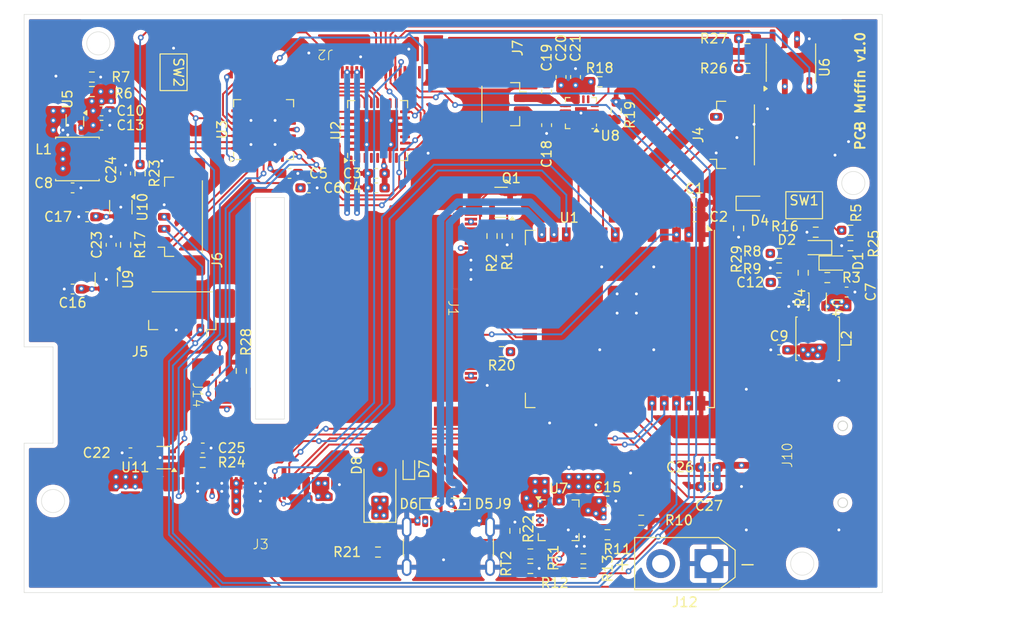
<source format=kicad_pcb>
(kicad_pcb (version 20240108) (generator "pcbnew") (generator_version "8.0")
  (layers (0 "F.Cu" signal) (1 "In1.Cu" power "GND.Cu") (2 "In2.Cu" power "PWR.Cu") (31 "B.Cu" signal) (34 "B.Paste" user) (35 "F.Paste" user) (36 "B.SilkS" user "B.Silkscreen") (37 "F.SilkS" user "F.Silkscreen") (38 "B.Mask" user) (39 "F.Mask" user) (44 "Edge.Cuts" user))
  (net 0 "")
  (net 1 "+3.3V")
  (net 2 "GND")
  (net 3 "VBATT")
  (net 4 "+5V")
  (net 5 "Net-(J7-Pin_1)")
  (net 6 "Net-(J7-Pin_2)")
  (net 7 "/Power/VLIPO")
  (net 8 "Net-(U4-FB)")
  (net 9 "PWR_EN")
  (net 10 "4IN1_5V")
  (net 11 "SDA")
  (net 12 "SCL")
  (net 13 "PPM_RX_5V")
  (net 14 "PWR_SW_ON")
  (net 15 "VBUS")
  (net 16 "Net-(U4-SW)")
  (net 17 "/Power/3V3_EN")
  (net 18 "/ESP32/LEDK")
  (net 19 "Net-(U8-~{SD_MODE})")
  (net 20 "Net-(U8-GAIN_SLOT)")
  (net 21 "/GPIO_ext/G1B0")
  (net 22 "/GPIO_ext/G1A0")
  (net 23 "/GPIO_ext/G1A1")
  (net 24 "/GPIO_ext/G1A3")
  (net 25 "/GPIO_ext/G1A4")
  (net 26 "/GPIO_ext/G1A5")
  (net 27 "Net-(U7-STAT1{slash}LBO)")
  (net 30 "/ESP32/TOUCH_INT")
  (net 31 "I2S_DATA")
  (net 32 "I2S_LRCLK")
  (net 34 "~{RESET}")
  (net 35 "I2S_BCLK")
  (net 36 "PWR_GOOD_LED")
  (net 37 "/GPIO_ext/G0B1")
  (net 38 "/GPIO_ext/G0A5")
  (net 39 "/GPIO_ext/G0B0")
  (net 40 "/GPIO_ext/G0A3")
  (net 41 "/GPIO_ext/G0A1")
  (net 42 "/GPIO_ext/G0A7")
  (net 45 "PPM_O")
  (net 47 "/GPIO_ext/G0A6")
  (net 48 "/GPIO_ext/G0A2")
  (net 52 "/GPIO_ext/G1A6")
  (net 54 "/GPIO_ext/G1A7")
  (net 56 "/GPIO_ext/G1A2")
  (net 57 "Net-(U7-STAT2)")
  (net 62 "Net-(U5-SW)")
  (net 63 "Net-(U5-FB)")
  (net 64 "Net-(U7-PROG1)")
  (net 65 "Net-(U7-PROG3)")
  (net 66 "Net-(U7-THERM)")
  (net 69 "CHARGING_LED")
  (net 77 "USBD-")
  (net 78 "INTMOD_RX")
  (net 79 "INTMOD_TX")
  (net 80 "ESP32_BOOT")
  (net 81 "/ESP32/LCD_WR")
  (net 82 "/ESP32/LCD_RS")
  (net 83 "/ESP32/TE")
  (net 84 "/ESP32/LCD_CS")
  (net 85 "USBD+")
  (net 86 "/ESP32/LCD_D7")
  (net 87 "/ESP32/LCD_RD")
  (net 88 "/ESP32/LCD_D5")
  (net 89 "PPM_RX_LED")
  (net 90 "CHG_DONE_LED")
  (net 91 "/ESP32/LCD_D1")
  (net 92 "/ESP32/LCD_D6")
  (net 93 "/ESP32/LCD_D4")
  (net 94 "/ESP32/LCD_D2")
  (net 95 "/ESP32/LCD_D3")
  (net 96 "/ESP32/LCD_D0")
  (net 97 "/ESP32/LED_ON")
  (net 99 "Net-(J9-CC2)")
  (net 101 "Net-(J9-CC1)")
  (net 103 "/ESP32/SD_CS")
  (net 104 "/ESP32/SD_MISO")
  (net 105 "/ESP32/SD_MOSI")
  (net 107 "/ESP32/SD_SCK")
  (net 108 "PPM_I")
  (net 109 "4IN1_LED")
  (net 110 "Net-(RT1-Pad2)")
  (net 111 "Net-(Q1-D)")
  (net 112 "~{PWR_SW_DET}")
  (net 113 "PPM_RX_EN")
  (net 114 "4IN1_EN")
  (net 115 "5V_PWR_EN")
  (net 119 "Net-(J14-Pin_5)")
  (net 120 "/GPIO_ext/G0A0")
  (net 121 "ELRS_5V")
  (net 122 "/ESP32/GIMBAL_TX")
  (net 123 "/ESP32/GIMBAL_RX")
  (net 124 "ELRS_BOOT")
  (net 125 "ELRS_LED")
  (net 126 "ELRS_EN")
  (net 127 "Net-(R4-Pad1)")
  (net 129 "/GPIO_ext/G0B3")
  (net 130 "/GPIO_ext/G0A4")
  (net 131 "/GPIO_ext/G0B7")
  (net 132 "/GPIO_ext/G0B5")
  (net 133 "/GPIO_ext/G0B6")
  (net 134 "/GPIO_ext/G0B4")
  (net 135 "/GPIO_ext/G0B2")
  (net 136 "Net-(D4-K)")
  (net 137 "TXD0")
  (net 138 "RXD0")
  (net 141 "Net-(D7-A2)")
  (footprint "Connector_Molex:Molex_PicoBlade_53398-0271_1x02-1MP_P1.25mm_Vertical" (layer "F.Cu") (at 130.6875 59.3125 -90)
    (property "Reference" "J7")
    (property "Value" "Speaker")
  )
  (footprint "Package_DFN_QFN:TQFN-16-1EP_3x3mm_P0.5mm_EP1.23x1.23mm" (layer "F.Cu") (at 138.25 60.2375 180)
    (property "Reference" "U8")
    (property "Value" "MAX98357A")
  )
  (footprint "Capacitor_SMD:C_0603_1608Metric_Pad1.08x0.95mm_HandSolder" (layer "F.Cu") (at 134.6875 57.9875 90)
    (property "Reference" "C19")
    (property "Value" "220pF")
  )
  (footprint "Capacitor_SMD:C_0603_1608Metric_Pad1.08x0.95mm_HandSolder" (layer "F.Cu") (at 87.027786 71 180)
    (property "Reference" "C17")
    (property "Value" "1uF")
  )
  (footprint "Resistor_SMD:R_0603_1608Metric_Pad0.98x0.95mm_HandSolder" (layer "F.Cu") (at 138.5 106.5 180)
    (property "Reference" "R13")
    (property "Value" "100K")
  )
  (footprint "Resistor_SMD:R_0603_1608Metric_Pad0.98x0.95mm_HandSolder" (layer "F.Cu") (at 130.027786 85 180)
    (property "Reference" "R20")
    (property "Value" "100K")
  )
  (footprint "Inductor_SMD:L_Cenker_CKCS4020" (layer "F.Cu") (at 162.8 83.6625 -90)
    (property "Reference" "L2")
    (property "Value" "0.47uH")
  )
  (footprint "Connector_Molex:Molex_PicoBlade_53398-0471_1x04-1MP_P1.25mm_Vertical" (layer "F.Cu") (at 153.527786 62.5 90)
    (property "Reference" "J4")
    (property "Value" "Gimbal")
  )
  (footprint "Package_DFN_QFN:QFN-28-1EP_6x6mm_P0.65mm_EP4.25x4.25mm" (layer "F.Cu") (at 117.1625 62.05 90)
    (property "Reference" "U2")
    (property "Value" "MCP23017_ML")
  )
  (footprint "Resistor_SMD:R_0603_1608Metric_Pad0.98x0.95mm_HandSolder" (layer "F.Cu") (at 141.9 60 -90)
    (property "Reference" "R19")
    (property "Value" "NP")
  )
  (footprint "my_footprints:SW_3x4mm_2pin" (layer "F.Cu") (at 161.4 69.8)
    (property "Reference" "SW1")
    (property "Value" "PWR_SW_ON" (hide yes))
  )
  (footprint "Capacitor_SMD:C_0603_1608Metric_Pad1.08x0.95mm_HandSolder" (layer "F.Cu") (at 88.527786 60)
    (property "Reference" "C10")
    (property "Value" "22uF")
  )
  (footprint "Capacitor_SMD:C_0603_1608Metric_Pad1.08x0.95mm_HandSolder" (layer "F.Cu") (at 85.527786 68)
    (property "Reference" "C8")
    (property "Value" "10uF")
  )
  (footprint "LED_SMD:LED_0603_1608Metric_Pad1.05x0.95mm_HandSolder" (layer "F.Cu") (at 156 69.6)
    (property "Reference" "D4")
    (property "Value" "LED")
  )
  (footprint "Capacitor_SMD:C_0603_1608Metric_Pad1.08x0.95mm_HandSolder" (layer "F.Cu") (at 151.527786 97 180)
    (property "Reference" "C26")
    (property "Value" "10uF")
  )
  (footprint "my_footprints:FPC_6PIN_BOTTOM" (layer "F.Cu") (at 96.5 89.5 -90)
    (property "Reference" "J14")
    (property "Value" "TouchPanel")
  )
  (footprint "Resistor_SMD:R_0603_1608Metric_Pad0.98x0.95mm_HandSolder" (layer "F.Cu") (at 87.527786 56.5)
    (property "Reference" "R7")
    (property "Value" "100K")
  )
  (footprint "Resistor_SMD:R_0603_1608Metric_Pad0.98x0.95mm_HandSolder" (layer "F.Cu") (at 91.027786 73.9125 90)
    (property "Reference" "R17")
    (property "Value" "1K")
  )
  (footprint "LED_SMD:LED_0603_1608Metric_Pad1.05x0.95mm_HandSolder" (layer "F.Cu") (at 164.6 75.8)
    (property "Reference" "D1")
    (property "Value" "LED")
  )
  (footprint "Resistor_SMD:R_0603_1608Metric_Pad0.98x0.95mm_HandSolder" (layer "F.Cu") (at 162.6 72.6 180)
    (property "Reference" "R16")
    (property "Value" "1K")
  )
  (footprint "my_footprints:FPC_40PIN_TOP" (layer "F.Cu") (at 111.75 54.66 180)
    (property "Reference" "J2")
    (property "Value" "BUTTONS_AND_LEDS")
  )
  (footprint "Diode_SMD:D_SMA" (layer "F.Cu") (at 117.4 99.2 90)
    (property "Reference" "D8")
    (property "Value" "SS14")
  )
  (footprint "Capacitor_SMD:C_0603_1608Metric_Pad1.08x0.95mm_HandSolder" (layer "F.Cu") (at 117.027786 66.5 180)
    (property "Reference" "C3")
    (property "Value" "10uF")
  )
  (footprint "Package_TO_SOT_SMD:SOT-363_SC-70-6" (layer "F.Cu") (at 89.027786 77.5 -90)
    (property "Reference" "U9")
    (property "Value" "SiP32431DR3")
  )
  (footprint "Resistor_SMD:R_0603_1608Metric_Pad0.98x0.95mm_HandSolder" (layer "F.Cu") (at 133 106 180)
    (property "Reference" "RT1")
    (property "Value" "0")
  )
  (footprint "Resistor_SMD:R_0603_1608Metric_Pad0.98x0.95mm_HandSolder" (layer "F.Cu") (at 99.027786 96.5)
    (property "Reference" "R24")
    (property "Value" "1K")
  )
  (footprint "Package_DFN_QFN:QFN-28-1EP_6x6mm_P0.65mm_EP4.25x4.25mm" (layer "F.Cu") (at 105.3375 61.95 90)
    (property "Reference" "U3")
    (property "Value" "MCP23017_ML")
  )
  (footprint "Package_DFN_QFN:QFN-20-1EP_4x4mm_P0.5mm_EP2.5x2.5mm" (layer "F.Cu") (at 135.9375 102.5)
    (property "Reference" "U7")
    (property "Value" "MCP73871")
  )
  (footprint "Capacitor_SMD:C_0603_1608Metric_Pad1.08x0.95mm_HandSolder" (layer "F.Cu") (at 137.6875 56.4875 90)
    (property "Reference" "C21")
    (property "Value" "0.1uF")
  )
  (footprint "Resistor_SMD:R_0603_1608Metric_Pad0.98x0.95mm_HandSolder" (layer "F.Cu") (at 158.8 76.3125 180)
    (property "Reference" "R9")
    (property "Value" "100K")
  )
  (footprint "Capacitor_SMD:C_0603_1608Metric_Pad1.08x0.95mm_HandSolder" (layer "F.Cu") (at 91.027786 66.5 -90)
    (property "Reference" "C24")
    (property "Value" "0.1uF")
  )
  (footprint "Connector_Molex:Molex_PicoBlade_53398-0471_1x04-1MP_P1.25mm_Vertical" (layer "F.Cu") (at 96.902786 81.5 180)
    (property "Reference" "J5")
    (property "Value" "4IN1")
  )
  (footprint "Resistor_SMD:R_0603_1608Metric_Pad0.98x0.95mm_HandSolder" (layer "F.Cu") (at 117.2 105.8)
    (property "Reference" "R21")
    (property "Value" "5.1K")
  )
  (footprint "Package_TO_SOT_SMD:SOT-363_SC-70-6" (layer "F.Cu") (at 90.527786 70 -90)
    (property "Reference" "U10")
    (property "Value" "SiP32431DR3")
  )
  (footprint "my_footprints:DMQ_6" (layer "F.Cu") (at 162.8 79.8125 -90)
    (property "Reference" "U4")
    (property "Value" "TPS62827DMQR")
  )
  (footprint "Resistor_SMD:R_0603_1608Metric_Pad0.98x0.95mm_HandSolder" (layer "F.Cu") (at 140.1875 56.9875)
    (property "Reference" "R18")
    (property "Value" "0")
  )
  (footprint "Capacitor_SMD:C_0603_1608Metric_Pad1.08x0.95mm_HandSolder" (layer "F.Cu") (at 158.8 84.8125)
    (property "Reference" "C9")
    (property "Value" "22uF")
  )
  (footprint "Resistor_SMD:R_0603_1608Metric_Pad0.98x0.95mm_HandSolder" (layer "F.Cu") (at 166.2 72.4)
    (property "Reference" "R5")
    (property "Value" "0/NP")
  )
  (footprint "Capacitor_SMD:C_0603_1608Metric_Pad1.08x0.95mm_HandSolder" (layer "F.Cu") (at 141 100.5)
    (property "Reference" "C15")
    (property "Value" "10uF")
  )
  (footprint "Package_TO_SOT_SMD:SOT-363_SC-70-6" (layer "F.Cu") (at 94.977786 96 180)
    (property "Reference" "U11")
    (property "Value" "SiP32431DR3")
  )
  (footprint "Resistor_SMD:R_0603_1608Metric_Pad0.98x0.95mm_HandSolder" (layer "F.Cu") (at 163.8 77.3125 180)
    (property "Reference" "R3")
    (property "Value" "100K")
  )
  (footprint "Resistor_SMD:R_0603_1608Metric_Pad0.98x0.95mm_HandSolder" (layer "F.Cu") (at 144.5 102.5)
    (property "Reference" "R10")
    (property "Value" "1K")
  )
  (footprint "Capacitor_SMD:C_0603_1608Metric_Pad1.08x0.95mm_HandSolder" (layer "F.Cu") (at 117.027786 68 180)
    (property "Reference" "C4")
    (property "Value" "0.1uF")
  )
  (footprint "Resistor_SMD:R_0603_1608Metric_Pad0.98x0.95mm_HandSolder" (layer "F.Cu") (at 155.527786 55.6)
    (property "Reference" "R26")
    (property "Value" "10K")
  )
  (footprint "Capacitor_SMD:C_0603_1608Metric_Pad1.08x0.95mm_HandSolder" (layer "F.Cu") (at 150.027786 71)
    (property "Reference" "C2")
    (property "Value" "0.1uF")
  )
  (footprint "LED_SMD:LED_0603_1608Metric_Pad1.05x0.95mm_HandSolder" (layer "F.Cu") (at 162.6 74.2 180)
    (property "Reference" "D2")
    (property "Value" "LED")
  )
  (footprint "Resistor_SMD:R_0603_1608Metric_Pad0.98x0.95mm_HandSolder" (layer "F.Cu") (at 133 107.5)
    (property "Reference" "RT2")
    (property "Value" "NP")
  )
  (footprint "Capacitor_SMD:C_0603_1608Metric_Pad1.08x0.95mm_HandSolder" (layer "F.Cu") (at 88.527786 61.5)
    (property "Reference" "C13")
    (property "Value" "22uF")
  )
  (footprint "Connector_AMASS:AMASS_XT30UPB-M_1x02_P5.0mm_Vertical" (layer "F.Cu") (at 151.527786 107 180)
    (property "Reference" "J12")
    (property "Value" "LIPO" (hide yes))
  )
  (footprint "Package_SO:SOIC-8_3.9x4.9mm_P1.27mm" (layer "F.Cu") (at 160.027786 55 90)
    (property "Reference" "U6")
    (property "Value" "DS3231MZ")
  )
  (footprint "my_footprints:MicroSD" (layer "F.Cu") (at 162.15 95.75 90)
    (property "Reference" "J10")
    (property "Value" "Micro_SD_Card")
    (fp_circle (center 3.05 3.25) (end 3.55 3.25) (stroke (width 0.1)) (fill none) (layer "Edge.Cuts"))
    (fp_circle (center -4.93 3.25) (end -4.43 3.25) (stroke (width 0.1)) (fill none) (layer "Edge.Cuts"))
  )
  (footprint "Capacitor_SMD:C_0603_1608Metric_Pad1.08x0.95mm_HandSolder" (layer "F.Cu") (at 99.027786 95 180)
    (property "Reference" "C25")
    (property "Value" "0.1uF")
  )
  (footprint "Inductor_SMD:L_Cenker_CKCS4020" (layer "F.Cu") (at 86.027786 65)
    (property "Reference" "L1")
    (property "Value" "1uH")
  )
  (footprint "my_footprints:ESP32-S3-WROOM-1U" (layer "F.Cu") (at 142.29 81.604394 -90)
    (property "Reference" "U1")
    (property "Value" "ESP32-S3-WROOM-1U")
  )
  (footprint "Capacitor_SMD:C_0603_1608Metric_Pad1.08x0.95mm_HandSolder" (layer "F.Cu") (at 136.1875 56.4875 90)
    (property "Reference" "C20")
    (property "Value" "10uF")
  )
  (footprint "Resistor_SMD:R_0603_1608Metric_Pad0.98x0.95mm_HandSolder" (layer "F.Cu") (at 131.4 103.6 -90)
    (property "Reference" "R22")
    (property "Value" "5.1K")
  )
  (footprint "Resistor_SMD:R_0603_1608Metric_Pad0.98x0.95mm_HandSolder" (layer "F.Cu") (at 155.527786 52.5)
    (property "Reference" "R27")
    (property "Value" "10K")
  )
  (footprint "Resistor_SMD:R_0603_1608Metric_Pad0.98x0.95mm_HandSolder" (layer "F.Cu") (at 161.3 76.8125 -90)
    (property "Reference" "R4")
    (property "Value" "20K")
  )
  (footprint "Capacitor_SMD:C_0603_1608Metric_Pad1.08x0.95mm_HandSolder" (layer "F.Cu") (at 108.027786 66.5)
    (property "Reference" "C5")
    (property "Value" "10uF")
  )
  (footprint "my_footprints:SW_3x4mm_2pin" (layer "F.Cu") (at 96 56 -90)
    (property "Reference" "SW2")
    (property "Value" "~{PWR_SW_DET}" (hide yes))
  )
  (footprint "my_footprints:my_USB_C_Receptacle_GCT_USB4105-xx-A_16P_TopMnt_Horizontal" (layer "F.Cu") (at 124.5 106.3)
    (property "Reference" "J9")
    (property "Value" "USB_C")
  )
  (footprint "Capacitor_SMD:C_0603_1608Metric_Pad1.08x0.95mm_HandSolder" (layer "F.Cu") (at 85.527786 78.5 180)
    (property "Reference" "C16")
    (property "Value" "1uF")
  )
  (footprint "Package_TO_SOT_SMD:SOT-23" (layer "F.Cu") (at 129.965286 69.5 180)
    (property "Reference" "Q1")
    (property "Value" "AO3400A")
  )
  (footprint "Resistor_SMD:R_0603_1608Metric_Pad0.98x0.95mm_HandSolder" (layer "F.Cu") (at 158.8 74.8)
    (property "Reference" "R8")
    (property "Value" "430K")
  )
  (footprint "Diode_SMD:D_SOD-523" (layer "F.Cu") (at 122.8 100.8)
    (property "Reference" "D6")
    (property "Value" "LESD5D5.0CT1G")
  )
  (footprint "Capacitor_SMD:C_0603_1608Metric_Pad1.08x0.95mm_HandSolder" (layer "F.Cu") (at 91.527786 95.5 180)
    (property "Reference" "C22")
    (property "Value" "1uF")
  )
  (footprint "Capacitor_SMD:C_0603_1608Metric_Pad1.08x0.95mm_HandSolder" (layer "F.Cu") (at 110.027786 68)
    (property "Reference" "C6")
    (property "Value" "0.1uF")
  )
  (footprint "Capacitor_SMD:C_0603_1608Metric_Pad1.08x0.95mm_HandSolder" (layer "F.Cu") (at 158.8 77.8125)
    (property "Reference" "C12")
    (property "Value" "120pF")
  )
  (footprint "Capacitor_SMD:C_0603_1608Metric_Pad1.08x0.95mm_HandSolder" (layer "F.Cu") (at 165.8 78.8125)
    (property "Reference" "C7")
    (property "Value" "4.7uF")
  )
  (footprint "Resistor_SMD:R_0603_1608Metric_Pad0.98x0.95mm_HandSolder" (layer "F.Cu") (at 141 104)
    (property "Reference" "R11")
    (property "Value" "100K")
  )
  (footprint "Resistor_SMD:R_0603_1608Metric_Pad0.98x0.95mm_HandSolder" (layer "F.Cu") (at 92.527786 66.5 90)
    (property "Reference" "R23")
    (property "Value" "1K")
  )
  (footprint "Diode_SMD:D_SOD-523" (layer "F.Cu") (at 120.4 97 90)
    (property "Reference" "D7")
    (property "Value" "LESD5D5.0CT1G")
  )
  (footprint "Resistor_SMD:R_0603_1608Metric_Pad0.98x0.95mm_HandSolder" (layer "F.Cu") (at 103.027786 87 90)
    (property "Reference" "R28")
    (property "Value" "0")
  )
  (footprint "Resistor_SMD:R_0603_1608Metric_Pad0.98x0.95mm_HandSolder" (layer "F.Cu") (at 87.527786 58 180)
    (property "Reference" "R6")
    (property "Value" "732K")
  )
  (footprint "Capacitor_SMD:C_0603_1608Metric_Pad1.08x0.95mm_HandSolder" (layer "F.Cu") (at 151.527786 99 180)
    (property "Reference" "C27")
    (property "Value" "0.1uF")
  )
  (footprint "Capacitor_SMD:C_0603_1608Metric_Pad1.08x0.95mm_HandSolder" (layer "F.Cu") (at 150.027786 69.5)
    (property "Reference" "C1")
    (property "Value" "10uF")
  )
  (footprint "my_footprints:FPC_40PIN_TOP" (layer "F.Cu") (at 125.5 80.5 -90)
    (property "Reference" "J1")
    (property "Value" "LCD")
  )
  (footprint "Diode_SMD:D_SOD-523" (layer "F.Cu") (at 125.5 100.8 180)
    (property "Reference" "D5")
    (property "Value" "LESD5D5.0CT1G")
  )
  (footprint "my_footprints:FPC_40PIN_TOP" (layer "F.Cu") (at 102.75 100)
    (property "Reference" "J3")
    (property "Value" "PWR_USB_PPM")
  )
  (footprint "Resistor_SMD:R_0603_1608Metric_Pad0.98x0.95mm_HandSolder" (layer "F.Cu") (at 129.027786 73 90)
    (property "Reference" "R2")
    (property "Value" "10")
  )
  (footprint "Resistor_SMD:R_0603_1608Metric_Pad0.98x0.95mm_HandSolder" (layer "F.Cu") (at 154.6 72.2 -90)
    (property "Reference" "R29")
    (property "Value" "1K")
  )
  (footprint "Capacitor_SMD:C_0603_1608Metric_Pad1.08x0.95mm_HandSolder" (layer "F.Cu") (at 134.6875 61.4875 -90)
    (property "Reference" "C18")
    (property "Value" "220pF")
  )
  (footprint "Package_TO_SOT_SMD:Texas_R-PDSO-N6_DRL-6" (layer "F.Cu") (at 85.767786 61 -90)
    (property "Reference" "U5")
    (property "Value" "TPS61023DRLR")
  )
  (footprint "Resistor_SMD:R_0603_1608Metric_Pad0.98x0.95mm_HandSolder" (layer "F.Cu") (at 166.2 74 180)
    (property "Reference" "R25")
    (property "Value" "1M")
  )
  (footprint "Connector_Molex:Molex_PicoBlade_53398-0571_1x05-1MP_P1.25mm_Vertical" (layer "F.Cu") (at 96.277786 71 90)
    (property "Reference" "J6")
    (property "Value" "ELRS")
  )
  (footprint "Resistor_SMD:R_0603_1608Metric_Pad0.98x0.95mm_HandSolder" (layer "F.Cu") (at 138.5 108 180)
    (property "Reference" "R12")
    (property "Value" "100K")
  )
  (footprint "Resistor_SMD:R_0603_1608Metric_Pad0.98x0.95mm_HandSolder" (layer "F.Cu") (at 130.6 73 -90)
    (property "Reference" "R1")
    (property "Value" "100K")
  )
  (footprint "Capacitor_SMD:C_0603_1608Metric_Pad1.08x0.95mm_HandSolder" (layer "F.Cu") (at 89.527786 73.9125 -90)
    (property "Reference" "C23")
    (property "Value" "0.1uF")
  )
  (gr_line (start 80.5 50) (end 80.5 84.5) (stroke (width 0.05)) (layer "Edge.Cuts"))
  (gr_circle (center 88.2 53) (end 87 53) (stroke (width 0.05)) (fill none) (layer "Edge.Cuts"))
  (gr_line (start 169.5 110) (end 169.5 50) (stroke (width 0.05)) (layer "Edge.Cuts"))
  (gr_line (start 80.5 94.5) (end 83.5 94.5) (stroke (width 0.05)) (layer "Edge.Cuts"))
  (gr_line (start 80.5 50) (end 169.5 50) (stroke (width 0.05)) (layer "Edge.Cuts"))
  (gr_line (start 80.5 110) (end 80.5 94.5) (stroke (width 0.05)) (layer "Edge.Cuts"))
  (gr_line (start 83.5 84.5) (end 80.5 84.5) (stroke (width 0.05)) (layer "Edge.Cuts"))
  (gr_circle (center 166.5 67.5) (end 165.3 67.5) (stroke (width 0.05)) (fill none) (layer "Edge.Cuts"))
  (gr_circle (center 83.5 100.5) (end 82.3 100.5) (stroke (width 0.05)) (fill none) (layer "Edge.Cuts"))
  (gr_circle (center 161.2 107) (end 160 107) (stroke (width 0.05)) (fill none) (layer "Edge.Cuts"))
  (gr_line (start 83.5 94.5) (end 83.5 84.5) (stroke (width 0.05)) (layer "Edge.Cuts"))
  (gr_line (start 80.5 110) (end 169.5 110) (stroke (width 0.05)) (layer "Edge.Cuts"))
  (gr_rect (start 104.5 69) (end 107.5 92) (stroke (width 0.05)) (fill none) (layer "Edge.Cuts"))
  (gr_text "PCB Muffin v1.0" (at 167.8 64.2 90) (layer "F.SilkS") (effects (font (size 1 1) (thickness 0.2) (bold yes)) (justify left bottom)))
  (segment (start 126.84 87.25) (end 126.84 87.75) (width 0.2) (layer "F.Cu") (net 1))
  (segment (start 101.35 90.75) (end 101.35 90.822214) (width 0.2) (layer "F.Cu") (net 1))
  (segment (start 102.5 98.66) (end 102.5 101.5) (width 1) (layer "F.Cu") (net 1))
  (segment (start 152.390286 97) (end 152.390286 97) (width 0.2) (layer "F.Cu") (net 1))
  (segment (start 102 98.66) (end 103.5 98.66) (width 0.3) (layer "F.Cu") (net 1))
  (segment (start 105.9875 65.959714) (end 106.027786 66) (width 0.2) (layer "F.Cu") (net 1))
  (segment (start 126.84 71.25) (end 126.84 71.75) (width 0.3) (layer "F.Cu") (net 1))
  (segment (start 102 56.027786) (end 101.527786 56.5) (width 0.3) (layer "F.Cu") (net 1))
  (segment (start 149.43 72.854394) (end 149.43 69.735286) (width 0.9) (layer "F.Cu") (net 1))
  (segment (start 105.9875 64.7875) (end 105.9875 65.959714) (width 0.3) (layer "F.Cu") (net 1))
  (segment (start 107.165286 66.5) (end 106.527786 66.5) (width 0.2) (layer "F.Cu") (net 1))
  (segment (start 126.84 71.5) (end 126.84 71.25) (width 0.2) (layer "F.Cu") (net 1))
  (segment (start 152.390286 97) (end 152.590286 96.8) (width 0.2) (layer "F.Cu") (net 1))
  (segment (start 159.6625 84.8125) (end 161.3 84.8125) (width 0.95) (layer "F.Cu") (net 1))
  (segment (start 149.43 69.735286) (end 149.665286 69.5) (width 0.2) (layer "F.Cu") (net 1))
  (segment (start 106.527786 66.5) (end 106.027786 66) (width 0.2) (layer "F.Cu") (net 1))
  (segment (start 117.8125 65.715286) (end 117.890286 65.793072) (width 0.2) (layer "F.Cu") (net 1))
  (segment (start 154.9 96.8) (end 152.590286 96.8) (width 0.7) (layer "F.Cu") (net 1))
  (segment (start 108.8 61.95) (end 108.175 61.95) (width 0.3) (layer "F.Cu") (net 1))
  (segment (start 113.5 56) (end 114 56) (width 0.3) (layer "F.Cu") (net 1))
  (segment (start 101.35 90.822214) (end 101.527786 91) (width 0.2) (layer "F.Cu") (net 1))
  (segment (start 117.8125 65.715286) (end 117.8125 64.8875) (width 0.3) (layer "F.Cu") (net 1))
  (segment (start 117.890286 65.793072) (end 117.890286 68) (width 0.6) (layer "F.Cu") (net 1))
  (segment (start 125.777786 74.25) (end 126.84 74.25) (width 0.3) (layer "F.Cu") (net 1))
  (segment (start 102 56) (end 102 56.027786) (width 0.2) (layer "F.Cu") (net 1))
  (segment (start 114 56) (end 115.5 56) (width 0.3) (layer "F.Cu") (net 1))
  (via (at 125.777786 74.25) (size 0.6) (drill 0.3) (layers "F.Cu" "B.Cu") (net 1))
  (via (at 102.5 99.5) (size 0.6) (drill 0.3) (layers "F.Cu" "B.Cu") (net 1))
  (via (at 102.027786 65) (size 0.6) (drill 0.3) (layers "F.Cu" "B.Cu") (net 1))
  (via (at 114 70.6) (size 0.6) (drill 0.3) (layers "F.Cu" "B.Cu") (net 1))
  (via (at 126.84 71.5) (size 0.6) (drill 0.3) (layers "F.Cu" "B.Cu") (net 1))
  (via (at 130.940286 85) (size 0.6) (drill 0.3) (layers "F.Cu" "B.Cu") (net 1))
  (via (at 115.027786 56) (size 0.6) (drill 0.3) (layers "F.Cu" "B.Cu") (net 1))
  (via (at 102.5 100.5) (size 0.6) (drill 0.3) (layers "F.Cu" "B.Cu") (net 1))
  (via (at 115.027786 70.6) (size 0.6) (drill 0.3) (layers "F.Cu" "B.Cu") (net 1))
  (via (at 154.615286 52.5) (size 0.6) (drill 0.3) (layers "F.Cu" "B.Cu") (net 1))
  (via (at 106.027786 66) (size 0.6) (drill 0.3) (layers "F.Cu" "B.Cu") (net 1))
  (via (at 162.3 84.8125) (size 0.6) (drill 0.3) (layers "F.Cu" "B.Cu") (net 1))
  (via (at 101.527786 91) (size 0.6) (drill 0.3) (layers "F.Cu" "B.Cu") (net 1))
  (via (at 117.890286 66.5) (size 0.6) (drill 0.3) (layers "F.Cu" "B.Cu") (net 1))
  (via (at 152.277786 60.625) (size 0.6) (drill 0.3) (layers "F.Cu" "B.Cu") (net 1))
  (via (at 108.8 61.95) (size 0.6) (drill 0.3) (layers "F.Cu" "B.Cu") (net 1))
  (via (at 163 84.6) (size 0.6) (drill 0.3) (layers "F.Cu" "B.Cu") (net 1))
  (via (at 102.5 98.66) (size 0.6) (drill 0.3) (layers "F.Cu" "B.Cu") (net 1))
  (via (at 161.8 85.3125) (size 0.6) (drill 0.3) (layers "F.Cu" "B.Cu") (net 1))
  (via (at 157.8875 74.8) (size 0.6) (drill 0.3) (layers "F.Cu" "B.Cu") (net 1))
  (via (at 117.890286 68) (size 0.6) (drill 0.3) (layers "F.Cu" "B.Cu") (net 1))
  (via (at 154.615286 55.6) (size 0.6) (drill 0.3) (layers "F.Cu" "B.Cu") (net 1))
  (via (at 154.9 96.8) (size 0.6) (drill 0.3) (layers "F.Cu" "B.Cu") (net 1))
  (via (at 102.5 101.5) (size 0.6) (drill 0.3) (layers "F.Cu" "B.Cu") (net 1))
  (via (at 161.3 84.8125) (size 0.6) (drill 0.3) (layers "F.Cu" "B.Cu") (net 1))
  (via (at 157.9375 77.8125) (size 0.6) (drill 0.3) (layers "F.Cu" "B.Cu") (net 1))
  (via (at 159.392786 57.475) (size 0.6) (drill 0.3) (layers "F.Cu" "B.Cu") (net 1))
  (via (at 126.84 87.5) (size 0.6) (drill 0.3) (layers "F.Cu" "B.Cu") (net 1))
  (via (at 149.43 72.854394) (size 0.6) (drill 0.3) (layers "F.Cu" "B.Cu") (net 1))
  (via (at 109.165286 68) (size 0.6) (drill 0.3) (layers "F.Cu" "B.Cu") (net 1))
  (via (at 101.527786 56.5) (size 0.6) (drill 0.3) (layers "F.Cu" "B.Cu") (net 1))
  (via (at 152.390286 97) (size 0.6) (drill 0.3) (layers "F.Cu" "B.Cu") (net 1))
  (via (at 114 56) (size 0.6) (drill 0.3) (layers "F.Cu" "B.Cu") (net 1))
  (via (at 117.8125 65.715286) (size 0.6) (drill 0.3) (layers "F.Cu" "B.Cu") (net 1))
  (via (at 162.8 85.4) (size 0.6) (drill 0.3) (layers "F.Cu" "B.Cu") (net 1))
  (via (at 159.6625 84.8125) (size 0.6) (drill 0.3) (layers "F.Cu" "B.Cu") (net 1))
  (via (at 152.390286 99) (size 0.6) (drill 0.3) (layers "F.Cu" "B.Cu") (net 1))
  (segment (start 152.390286 97) (end 152.390286 99) (width 0.7) (layer "B.Cu") (net 1))
  (segment (start 114 70.6) (end 114 56) (width 0.6) (layer "B.Cu") (net 1))
  (segment (start 154.615286 55.6) (end 154.6 55.584714) (width 0.2) (layer "B.Cu") (net 1))
  (segment (start 115.027786 70.6) (end 115.027786 56) (width 0.6) (layer "B.Cu") (net 1))
  (segment (start 101.527786 64.5) (end 102.027786 65) (width 0.2) (layer "B.Cu") (net 1))
  (segment (start 154.615286 55.6) (end 154.615286 52.5) (width 0.2) (layer "B.Cu") (net 1))
  (segment (start 101.527786 56.5) (end 101.527786 64.5) (width 0.2) (layer "B.Cu") (net 1))
  (segment (start 117.8125 61.4) (end 117.1625 62.05) (width 0.2) (layer "F.Cu") (net 2))
  (segment (start 137.875 103.5) (end 136.9375 103.5) (width 0.25) (layer "F.Cu") (net 2))
  (segment (start 120 61.4) (end 117.8125 61.4) (width 0.3) (layer "F.Cu") (net 2))
  (segment (start 128.277786 88.25) (end 128.527786 88.5) (width 0.2) (layer "F.Cu") (net 2))
  (segment (start 106.6375 60.65) (end 105.3375 61.95) (width 0.2) (layer "F.Cu") (net 2))
  (segment (start 116 55) (end 116.5 55.5) (width 0.2) (layer "F.Cu") (net 2))
  (segment (start 105.9875 61.3) (end 105.3375 61.95) (width 0.2) (layer "F.Cu") (net 2))
  (segment (start 112.5 56) (end 112 56) (width 0.2) (layer "F.Cu") (net 2))
  (segment (start 136.8125 60.4875) (end 136.385614 60.4875) (width 0.2) (layer "F.Cu") (net 2))
  (segment (start 99.5 98.66) (end 98 98.66) (width 0.3) (layer "F.Cu") (net 2))
  (segment (start 126.84 82.75) (end 125.95 82.75) (width 0.2) (layer "F.Cu") (net 2))
  (segment (start 112 55.11) (end 110.89 54) (width 0.2) (layer "F.Cu") (net 2))
  (segment (start 118.4625 60.75) (end 117.1625 62.05) (width 0.2) (layer "F.Cu") (net 2))
  (segment (start 90.527786 69.05) (end 90.527786 70.95) (width 0.4) (layer "F.Cu") (net 2))
  (segment (start 128.599734 68.55) (end 130.902786 68.55) (width 0.2) (layer "F.Cu") (net 2))
  (segment (start 120.18 107.375) (end 118.825 107.375) (width 0.2) (layer "F.Cu") (net 2))
  (segment (start 103.027786 86.0875) (end 103.027786 86.5) (width 0.2) (layer "F.Cu") (net 2))
  (segment (start 150.7 69.690286) (end 150.890286 69.5) (width 0.9) (layer "F.Cu") (net 2))
  (segment (start 138.5 61.675) (end 138.5 60.4875) (width 0.25) (layer "F.Cu") (net 2))
  (segment (start 150.7 72.854394) (end 150.7 69.690286) (width 0.9) (layer "F.Cu") (net 2))
  (segment (start 136.385614 60.4875) (end 134.6875 62.185614) (width 0.2) (layer "F.Cu") (net 2))
  (segment (start 136.9375 103.6625) (end 137 103.6) (width 0.25) (layer "F.Cu") (net 2))
  (segment (start 134.6875 62.185614) (end 134.6875 62.35) (width 0.2) (layer "F.Cu") (net 2))
  (segment (start 116.5 55.5) (end 116.5 56) (width 0.2) (layer "F.Cu") (net 2))
  (segment (start 127.78 72.2) (end 127.78 70.8) (width 0.2) (layer "F.Cu") (net 2))
  (segment (start 136.8125 60.4875) (end 138 60.4875) (width 0.25) (layer "F.Cu") (net 2))
  (segment (start 101.35 88.25) (end 101.35 88.177786) (width 0.2) (layer "F.Cu") (net 2))
  (segment (start 126.84 72.25) (end 127.73 72.25) (width 0.2) (layer "F.Cu") (net 2))
  (segment (start 141.9125 104) (end 143.9125 104) (width 0.2) (layer "F.Cu") (net 2))
  (segment (start 136.9375 104.4375) (end 136.9375 103.6625) (width 0.25) (layer "F.Cu") (net 2))
  (segment (start 116.165286 66.5) (end 116.165286 68) (width 0.6) (layer "F.Cu") (net 2))
  (segment (start 126.84 70.309734) (end 128.599734 68.55) (width 0.2) (layer "F.Cu") (net 2))
  (segment (start 101.35 88.177786) (end 101.527786 88) (width 0.2) (layer "F.Cu") (net 2))
  (segment (start 108.175 60.65) (end 106.6375 60.65) (width 0.3) (layer "F.Cu") (net 2))
  (segment (start 125.95 82.75) (end 125.027786 81.827786) (width 0.2) (layer "F.Cu") (net 2))
  (segment (start 143.9125 104) (end 145.4125 102.5) (width 0.2) (layer "F.Cu") (net 2))
  (segment (start 136.1875 55.625) (end 137.6875 55.625) (width 0.2) (layer "F.Cu") (net 2))
  (segment (start 120 60.75) (end 118.4625 60.75) (width 0.3) (layer "F.Cu") (net 2))
  (segment (start 124.75 88.25) (end 124.5 88) (width 0.2) (layer "F.Cu") (net 2))
  (segment (start 112 56) (end 112 55.11) (width 0.2) (layer "F.Cu") (net 2))
  (segment (start 126.84 74.75) (end 126.84 78.25) (width 0.3) (layer "F.Cu") (net 2))
  (segment (start 137 103.6) (end 136.9375 103.5375) (width 0.25) (layer "F.Cu") (net 2))
  (segment (start 110.89 54) (end 110.027786 54) (width 0.2) (layer "F.Cu") (net 2))
  (segment (start 89.027786 76.55) (end 89.027786 78.45) (width 0.4) (layer "F.Cu") (net 2))
  (segment (start 126.84 88.25) (end 128.277786 88.25) (width 0.3) (layer "F.Cu") (net 2))
  (segment (start 118.825 107.375) (end 118.8 107.4) (width 0.2) (layer "F.Cu") (net 2))
  (segment (start 116 56) (end 116 55) (width 0.2) (layer "F.Cu") (net 2))
  (segment (start 145.4125 102.0875) (end 145.4125 102.5) (width 0.2) (layer "F.Cu") (net 2))
  (segment (start 106.6375 64.7875) (end 106.6375 63.25) (width 0.3) (layer "F.Cu") (net 2))
  (segment (start 127.73 72.25) (end 127.78 72.2) (width 0.2) (layer "F.Cu") (net 2))
  (segment (start 85.267786 61.74) (end 85.027786 61.5) (width 0.2) (layer "F.Cu") (net 2))
  (segment (start 108.175 61.3) (end 105.9875 61.3) (width 0.3) (layer "F.Cu") (net 2))
  (segment (start 106.6375 63.25) (end 105.3375 61.95) (width 0.2) (layer "F.Cu") (net 2))
  (segment (start 118.4625 63.565286) (end 118.527786 63.5) (width 0.2) (layer "F.Cu") (net 2))
  (segment (start 136.9375 103.5375) (end 136.9375 103.5) (width 0.25) (layer "F.Cu") (net 2))
  (segment (start 118.4625 64.8875) (end 118.4625 63.565286) (width 0.3) (layer "F.Cu") (net 2))
  (segment (start 138.5 59.9875) (end 138.25 60.2375) (width 0.2) (layer "F.Cu") (net 2))
  (segment (start 120 62.05) (end 117.1625 62.05) (width 0.3) (layer "F.Cu") (net 2))
  (segment (start 138.5 60.4875) (end 138.25 60.2375) (width 0.2) (layer "F.Cu") (net 2))
  (segment (start 116 55) (end 115.5 54.5) (width 0.2) (layer "F.Cu") (net 2))
  (segment (start 138 60.4875) (end 138.25 60.2375) (width 0.2) (layer "F.Cu") (net 2))
  (segment (start 127.73 70.75) (end 126.84 70.75) (width 0.2) (layer "F.Cu") (net 2))
  (segment (start 126.84 70.75) (end 126.84 70.309734) (width 0.2) (layer "F.Cu") (net 2))
  (segment (start 139.6875 59.9875) (end 138.5 59.9875) (width 0.25) (layer "F.Cu") (net 2))
  (segment (start 134.6875 57.125) (end 136.1875 55.625) (width 0.2) (layer "F.Cu") (net 2))
  (segment (start 126.84 88.25) (end 124.75 88.25) (width 0.3) (layer "F.Cu") (net 2))
  (segment (start 103.027786 86.5) (end 101.527786 88) (width 0.2) (layer "F.Cu") (net 2))
  (segment (start 127.78 70.8) (end 127.73 70.75) (width 0.2) (layer "F.Cu") (net 2))
  (segment (start 130.902786 68.55) (end 130.902786 69.375) (width 0.6) (layer "F.Cu") (net 2))
  (segment (start 94.027786 96) (end 95.927786 96) (width 0.4) (layer "F.Cu") (net 2))
  (via (at 108.890286 66.5) (size 0.6) (drill 0.3) (layers "F.Cu" "B.Cu") (net 2))
  (via (at 145.8 76.2) (size 0.6) (drill 0.3) (layers "F.Cu" "B.Cu") (net 2))
  (via (at 118.527786 61) (size 0.6) (drill 0.3) (layers "F.Cu" "B.Cu") (net 2))
  (via (at 96 53.5) (size 0.6) (drill 0.3) (layers "F.Cu" "B.Cu") (net 2))
  (via (at 84.527786 62) (size 0.6) (drill 0.3) (layers "F.Cu" "B.Cu") (net 2))
  (via (at 161.932786 52.525) (size 0.6) (drill 0.3) (layers "F.Cu" "B.Cu") (net 2))
  (via (at 141.8625 100.5) (size 0.6) (drill 0.3) (layers "F.Cu" "B.Cu") (net 2))
  (via (at 124 106.6) (size 0.6) (drill 0.3) (layers "F.Cu" "B.Cu") (net 2))
  (via (at 98.5 98.66) (size 0.6) (drill 0.3) (layers "F.Cu" "B.Cu") (net 2))
  (via (at 89.027786 77.5) (size 0.6) (drill 0.3) (layers "F.Cu" "B.Cu") (net 2))
  (via (at 116.165286 68) (size 0.6) (drill 0.3) (layers "F.Cu" "B.Cu") (net 2))
  (via (at 101 99.5) (size 0.6) (drill 0.3) (layers "F.Cu" "B.Cu") (net 2))
  (via (at 115.4 54.4) (size 0.6) (drill 0.3) (layers "F.Cu" "B.Cu") (net 2))
  (via (at 106.527786 63.5) (size 0.6) (drill 0.3) (layers "F.Cu" "B.Cu") (net 2))
  (via (at 126.84 77.5) (size 0.6) (drill 0.3) (layers "F.Cu" "B.Cu") (net 2))
  (via (at 159.8 80.3125) (size 0.6) (drill 0.3) (layers "F.Cu" "B.Cu") (net 2))
  (via (at 116.027786 61) (size 0.6) (drill 0.3) (layers "F.Cu" "B.Cu") (net 2))
  (via (at 101 98.66) (size 0.6) (drill 0.3) (layers "F.Cu" "B.Cu") (net 2))
  (via (at 118.527786 63.5) (size 0.6) (drill 0.3) (layers "F.Cu" "B.Cu") (net 2))
  (via (at 106.527786 61) (size 0.6) (drill 0.3) (layers "F.Cu" "B.Cu") (net 2))
  (via (at 85.027786 61.5) (size 0.6) (drill 0.3) (layers "F.Cu" "B.Cu") (net 2))
  (via (at 99.890286 95) (size 0.6) (drill 0.3) (layers "F.Cu" "B.Cu") (net 2))
  (via (at 164.6 64.6) (size 0.6) (drill 0.3) (layers "F.Cu" "B.Cu") (net 2))
  (via (at 156.2 61.4) (size 0.6) (drill 0.3) (layers "F.Cu" "B.Cu") (net 2))
  (via (at 138.6 105.2) (size 0.6) (drill 0.3) (layers "F.Cu" "B.Cu") (net 2))
  (via (at 130.6 73.9125) (size 0.6) (drill 0.3) (layers "F.Cu" "B.Cu") (net 2))
  (via (at 96.277786 82.75) (size 0.6) (drill 0.3) (layers "F.Cu" "B.Cu") (net 2))
  (via (at 135 92.4) (size 0.6) (drill 0.3) (layers "F.Cu" "B.Cu") (net 2))
  (via (at 89.527786 73.05) (size 0.6) (drill 0.3) (layers "F.Cu" "B.Cu") (net 2))
  (via (at 120.4 53.6) (size 0.6) (drill 0.3) (layers "F.Cu" "B.Cu") (net 2))
  (via (at 157.596612 59.796665) (size 0.6) (drill 0.3) (layers "F.Cu" "B.Cu") (net 2))
  (via (at 86.165286 71) (size 0.6) (drill 0.3) (layers "F.Cu" "B.Cu") (net 2))
  (via (at 150.665286 97) (size 0.6) (drill 0.3) (layers "F.Cu" "B.Cu") (net 2))
  (via (at 133.9125 107.5) (size 0.6) (drill 0.3) (layers "F.Cu" "B.Cu") (net 2))
  (via (at 113.2 98.8) (size 0.6) (drill 0.3) (layers "F.Cu" "B.Cu") (net 2))
  (via (at 110.027786 54) (size 0.6) (drill 0.3) (layers "F.Cu" "B.Cu") (net 2))
  (via (at 137.8 105.2) (size 0.6) (drill 0.3) (layers "F.Cu" "B.Cu") (net 2))
  (via (at 116.027786 63.5) (size 0.6) (drill 0.3) (layers "F.Cu" "B.Cu") (net 2))
  (via (at 157.8875 76.3125) (size 0.6) (drill 0.3) (layers "F.Cu" "B.Cu") (net 2))
  (via (at 144 81) (size 0.6) (drill 0.3) (layers "F.Cu" "B.Cu") (net 2))
  (via (at 154.6 73.1125) (size 0.6) (drill 0.3) (layers "F.Cu" "B.Cu") (net 2))
  (via (at 90.665286 95.5) (size 0.6) (drill 0.3) (layers "F.Cu" "B.Cu") (net 2))
  (via (at 160.8 80.3125) (size 0.6) (drill 0.3) (layers "F.Cu" "B.Cu") (net 2))
  (via (at 161.8 80.3125) (size 0.6) (drill 0.3) (layers "F.Cu" "B.Cu") (net 2))
  (via (at 155.4 103.5) (size 0.6) (drill 0.3) (layers "F.Cu" "B.Cu") (net 2))
  (via (at 137.8 104.2) (size 0.6) (drill 0.3) (layers "F.Cu" "B.Cu") (net 2))
  (via (at 90.527786 70) (size 0.6) (drill 0.3) (layers "F.Cu" "B.Cu") (net 2))
  (via (at 126.84 76.5) (size 0.6) (drill 0.3) (layers "F.Cu" "B.Cu") (net 2))
  (via (at 166.6625 78.8125) (size 0.6) (drill 0.3) (layers "F.Cu" "B.Cu") (net 2))
  (via (at 128.527786 88.5) (size 0.6) (drill 0.3) (layers "F.Cu" "B.Cu") (net 2))
  (via (at 104.027786 61) (size 0.6) (drill 0.3) (layers "F.Cu" "B.Cu") (net 2))
  (via (at 136.9375 103.5) (size 0.6) (drill 0.3) (layers "F.Cu" "B.Cu") (net 2))
  (via (at 161.3 79.8125) (size 0.6) (drill 0.3) (layers "F.Cu" "B.Cu") (net 2))
  (via (at 104.5 98.66) (size 0.6) (drill 0.3) (layers "F.Cu" "B.Cu") (net 2))
  (via (at 127.7 102.55) (size 0.6) (drill 0.3) (layers "F.Cu" "B.Cu") (net 2))
  (via (at 142 79) (size 0.6) (drill 0.3) (layers "F.Cu" "B.Cu") (net 2))
  (via (at 84.665286 78.5) (size 0.6) (drill 0.3) (layers "F.Cu" "B.Cu") (net 2))
  (via (at 165.2875 74) (size 0.6) (drill 0.3) (layers "F.Cu" "B.Cu") (net 2))
  (via (at 105 100.5) (size 0.6) (drill 0.3) (layers "F.Cu" "B.Cu") (net 2))
  (via (at 98.5 99.5) (size 0.6) (drill 0.3) (layers "F.Cu" "B.Cu") (net 2))
  (via (at 138.6 104.2) (size 0.6) (drill 0.3) (layers "F.Cu" "B.Cu") (net 2))
  (via (at 145.8 84.8) (size 0.6) (drill 0.3) (layers "F.Cu" "B.Cu") (net 2))
  (via (at 126.2 100.8) (size 0.6) (drill 0.3) (layers "F.Cu" "B.Cu") (net 2))
  (via (at 116.165286 66.5) (size 0.6) (drill 0.3) (layers "F.Cu" "B.Cu") (net 2))
  (via (at 121.3 102.55) (size 0.6) (drill 0.3) (layers "F.Cu" "B.Cu") (net 2))
  (via (at 167.2 62) (size 0.6) (drill 0.3) (layers "F.Cu" "B.Cu") (net 2))
  (via (at 160.3 79.8125) (size 0.6) (drill 0.3) (layers "F.Cu" "B.Cu") (net 2))
  (via (at 110.890286 68) (size 0.6) (drill 0.3) (layers "F.Cu" "B.Cu") (net 2))
  (via (at 152.277786 64.375) (size 0.6) (drill 0.3) (layers "F.Cu" "B.Cu") (net 2))
  (via (at 138.25 60.2375) (size 0.6) (drill 0.3) (layers "F.Cu" "B.Cu") (net 2))
  (via (at 150.665286 99) (size 0.6) (drill 0.3) (layers "F.Cu" "B.Cu") (net 2))
  (via (at 155.4 88.9) (size 0.6) (drill 0.3) (layers "F.Cu" "B.Cu") (net 2))
  (via (at 95.027786 69.75) (size 0.6) (drill 0.3) (layers "F.Cu" "B.Cu") (net 2))
  (via (at 154.9 99) (size 0.6) (drill 0.3) (layers "F.Cu" "B.Cu") (net 2))
  (via (at 166 63.2) (size 0.6) (drill 0.3) (layers "F.Cu" "B.Cu") (net 2))
  (via (at 137.6875 55.625) (size 0.6) (drill 0.3) (layers "F.Cu" "B.Cu") (net 2))
  (via (at 89.390286 61.5) (size 0.6) (drill 0.3) (layers "F.Cu" "B.Cu") (net 2))
  (via (at 94.8 65.2) (size 0.6) (drill 0.3) (layers "F.Cu" "B.Cu") (net 2))
  (via (at 122.4 64.4) (size 0.6) (drill 0.3) (layers "F.Cu" "B.Cu") (net 2))
  (via (at 94.6 96) (size 0.6) (drill 0.3) (layers "F.Cu" "B.Cu") (net 2))
  (via (at 91.027786 65.6375) (size 0.6) (drill 0.3) (layers "F.Cu" "B.Cu") (net 2))
  (via (at 161.6875 72.6) (size 0.6) (drill 0.3) (layers "F.Cu" "B.Cu") (net 2))
  (via (at 101.527786 88) (size 0.6) (drill 0.3) (layers "F.Cu" "B.Cu") (net 2))
  (via (at 137 97) (size 0.6) (drill 0.3) (layers "F.Cu" "B.Cu") (net 2))
  (via (at 83.8 56.4) (size 0.6) (drill 0.3) (layers "F.Cu" "B.Cu") (net 2))
  (via (at 85.027786 62.5) (size 0.6) (drill 0.3) (layers "F.Cu" "B.Cu") (net 2))
  (via (at 165 88) (size 0.6) (drill 0.3) (layers "F.Cu" "B.Cu") (net 2))
  (via (at 157.9375 84.8125) (size 0.6) (drill 0.3) (layers "F.Cu" "B.Cu") (net 2))
  (via (at 134.6875 62.35) (size 0.6) (drill 0.3) (layers "F.Cu" "B.Cu") (net 2))
  (via (at 105 99.5) (size 0.6) (drill 0.3) (layers "F.Cu" "B.Cu") (net 2))
  (via (at 86.390286 68) (size 0.6) (drill 0.3) (layers "F.Cu" "B.Cu") (net 2))
  (via (at 144 79) (size 0.6) (drill 0.3) (layers "F.Cu" "B.Cu") (net 2))
  (via (at 165 103.5) (size 0.6) (drill 0.3) (layers "F.Cu" "B.Cu") (net 2))
  (via (at 141.8875 59.075) (size 0.6) (drill 0.3) (layers "F.Cu" "B.Cu") (net 2))
  (via (at 104.027786 63.5) (size 0.6) (drill 0.3) (layers "F.Cu" "B.Cu") (net 2))
  (via (at 131.4 102.6875) (size 0.6) (drill 0.3) (layers "F.Cu" "B.Cu") (net 2))
  (via (at 110 100.5) (size 0.6) (drill 0.3) (layers "F.Cu" "B.Cu") (net 2))
  (via (at 105.5 98.66) (size 0.6) (drill 0.3) (layers "F.Cu" "B.Cu") (net 2))
  (via (at 142 81) (size 0.6) (drill 0.3) (layers "F.Cu" "B.Cu") (net 2))
  (via (at 88.440286 56.5) (size 0.6) (drill 0.3) (layers "F.Cu" "B.Cu") (net 2))
  (via (at 140.2 84.8) (size 0.6) (drill 0.3) (layers "F.Cu" "B.Cu") (net 2))
  (via (at 89.390286 60) (size 0.6) (drill 0.3) (layers "F.Cu" "B.Cu") (net 2))
  (via (at 139.8 92.6) (size 0.6) (drill 0.3) (layers "F.Cu" "B.Cu") (net 2))
  (via (at 126.84 75.5) (size 0.6) (drill 0.3) (layers "F.Cu" "B.Cu") (net 2))
  (via (at 143.4 97.6) (size 0.6) (drill 0.3) (layers "F.Cu" "B.Cu") (net 2))
  (via (at 154.423513 62.779847) (size 0.6) (drill 0.3) (layers "F.Cu" "B.Cu") (net 2))
  (via (at 140.4 76.2) (size 0.6) (drill 0.3) (layers "F.Cu" "B.Cu") (net 2))
  (segment (start 100 99.999985) (end 100 98.66) (width 0.3) (layer "F.Cu") (net 3))
  (segment (start 165.2875 72.4) (end 164.8 72.4) (width 0.2) (layer "F.Cu") (net 3))
  (segment (start 164.8 72.4) (end 164 71.6) (width 0.2) (layer "F.Cu") (net 3))
  (segment (start 163.75 80.2625) (end 163.8 80.3125) (width 0.2) (layer "F.Cu") (net 3))
  (segment (start 134.9375 100.5625) (end 134.9375 99.9375) (width 0.25) (layer "F.Cu") (net 3))
  (segment (start 123.240755 95.240755) (end 126.5 98.5) (width 0.6) (layer "F.Cu") (net 3))
  (segment (start 126.5 98.5) (end 132.5 98.5) (width 0.6) (layer "F.Cu") (net 3))
  (segment (start 158.9 70.7) (end 158.9 69.8) (width 0.2) (layer "F.Cu") (net 3))
  (segment (start 164 71.6) (end 159.8 71.6) (width 0.2) (layer "F.Cu") (net 3))
  (segment (start 115 95.240755) (end 123.240755 95.240755) (width 0.6) (layer "F.Cu") (net 3))
  (segment (start 100.000015 100) (end 100 99.999985) (width 0.3) (layer "F.Cu") (net 3))
  (segment (start 159.8 71.6) (end 158.9 70.7) (width 0.2) (layer "F.Cu") (net 3))
  (via (at 100.000015 100) (size 0.6) (drill 0.3) (layers "F.Cu" "B.Cu") (net 3))
  (via (at 134.5 98.5) (size 0.6) (drill 0.3) (layers "F.Cu" "B.Cu") (net 3))
  (via (at 84.527786 66) (size 0.6) (drill 0.3) (layers "F.Cu" "B.Cu") (net 3))
  (via (at 83.527786 60) (size 0.6) (drill 0.3) (layers "F.Cu" "B.Cu") (net 3))
  (via (at 133.5 98.5) (size 0.6) (drill 0.3) (layers "F.Cu" "B.Cu") (net 3))
  (via (at 160.662786 52.525) (size 0.6) (drill 0.3) (layers "F.Cu" "B.Cu") (net 3))
  (via (at 83.527786 62) (size 0.6) (drill 0.3) (layers "F.Cu" "B.Cu") (net 3))
  (via (at 134.5 99.5) (size 0.6) (drill 0.3) (layers "F.Cu" "B.Cu") (net 3))
  (via (at 165.3 79.8125) (size 0.6) (drill 0.3) (layers "F.Cu" "B.Cu") (net 3))
  (via (at 164.3 79.8125) (size 0.6) (drill 0.3) (layers "F.Cu" "B.Cu") (net 3))
  (via (at 115 95.240755) (size 0.6) (drill 0.3) (layers "F.Cu" "B.Cu") (net 3))
  (via (at 163.8 80.3125) (size 0.6) (drill 0.3) (layers "F.Cu" "B.Cu") (net 3))
  (via (at 165.8 80.3125) (size 0.6) (drill 0.3) (layers "F.Cu" "B.Cu") (net 3))
  (via (at 134 100.5) (size 0.6) (drill 0.3) (layers "F.Cu" "B.Cu") (net 3))
  (via (at 165.2875 72.4) (size 0.6) (drill 0.3) (layers "F.Cu" "B.Cu") (net 3))
  (via (at 84.527786 65) (size 0.6) (drill 0.3) (layers "F.Cu" "B.Cu") (net 3))
  (via (at 84.527786 64) (size 0.6) (drill 0.3) (layers "F.Cu" "B.Cu") (net 3))
  (via (at 84.527786 60) (size 0.6) (drill 0.3) (layers "F.Cu" "B.Cu") (net 3))
  (via (at 132.6 100.2) (size 0.6) (drill 0.3) (layers "F.Cu" "B.Cu") (net 3))
  (via (at 83.527786 61) (size 0.6) (drill 0.3) (layers "F.Cu" "B.Cu") (net 3))
  (via (at 133.5 99.5) (size 0.6) (drill 0.3) (layers "F.Cu" "B.Cu") (net 3))
  (via (at 133 101) (size 0.6) (drill 0.3) (layers "F.Cu" "B.Cu") (net 3))
  (via (at 164.8 80.3125) (size 0.6) (drill 0.3) (layers "F.Cu" "B.Cu") (net 3))
  (segment (start 87.940286 70.95) (end 87.890286 71) (width 0.2) (layer "F.Cu") (net 4))
  (segment (start 86.440286 78.45) (end 86.390286 78.5) (width 0.2) (layer "F.Cu") (net 4))
  (segment (start 89.877786 70.95) (end 87.940286 70.95) (width 0.4) (layer "F.Cu") (net 4))
  (segment (start 88.377786 78.45) (end 86.440286 78.45) (width 0.4) (layer "F.Cu") (net 4))
  (via (at 136.1875 57.35) (size 0.6) (drill 0.3) (layers "F.Cu" "B.Cu") (net 4))
  (via (at 89.527786 59) (size 0.6) (drill 0.3) (layers "F.Cu" "B.Cu") (net 4))
  (via (at 87.940286 70.95) (size 0.6) (drill 0.3) (layers "F.Cu" "B.Cu") (net 4))
  (via (at 137.6875 57.35) (size 0.6) (drill 0.3) (layers "F.Cu" "B.Cu") (net 4))
  (via (at 86.417786 61.769704) (size 0.6) (drill 0.3) (layers "F.Cu" "B.Cu") (net 4))
  (via (at 139.275 56.9875) (size 0.6) (drill 0.3) (layers "F.Cu" "B.Cu") (net 4))
  (via (at 86.440286 78.45) (size 0.6) (drill 0.3) (layers "F.Cu" "B.Cu") (net 4))
  (via (at 89.527786 58) (size 0.6) (drill 0.3) (layers "F.Cu" "B.Cu") (net 4))
  (via (at 90.027786 98) (size 0.6) (drill 0.3) (layers "F.Cu" "B.Cu") (net 4))
  (via (at 87.527786 78.5) (size 0.6) (drill 0.3) (layers "F.Cu" "B.Cu") (net 4))
  (via (at 92.027786 99) (size 0.6) (drill 0.3) (layers "F.Cu" "B.Cu") (net 4))
  (via (at 88.527786 59) (size 0.6) (drill 0.3) (layers "F.Cu" "B.Cu") (net 4))
  (via (at 87.527786 59) (size 0.6) (drill 0.3) (layers "F.Cu" "B.Cu") (net 4))
  (via (at 87.665286 60) (size 0.6) (drill 0.3) (layers "F.Cu" "B.Cu") (net 4))
  (via (at 92.027786 98) (size 0.6) (drill 0.3) (layers "F.Cu" "B.Cu") (net 4))
  (via (at 91.027786 99) (size 0.6) (drill 0.3) (layers "F.Cu" "B.Cu") (net 4))
  (via (at 89.027786 71) (size 0.6) (drill 0.3) (layers "F.Cu" "B.Cu") (net 4))
  (via (at 90.027786 99) (size 0.6) (drill 0.3) (layers "F.Cu" "B.Cu") (net 4))
  (via (at 88.440286 58) (size 0.6) (drill 0.3) (layers "F.Cu" "B.Cu") (net 4))
  (via (at 91.027786 98) (size 0.6) (drill 0.3) (layers "F.Cu" "B.Cu") (net 4))
  (via (at 87.665286 61.5) (size 0.6) (drill 0.3) (layers "F.Cu" "B.Cu") (net 4))
  (segment (start 134.525 58.6875) (end 134.6875 58.85) (width 0.2) (layer "F.Cu") (net 5))
  (segment (start 135.55 58.85) (end 134.6875 58.85) (width 0.25) (layer "F.Cu") (net 5))
  (segment (start 136.1875 59.4875) (end 135.55 58.85) (width 0.25) (layer "F.Cu") (net 5))
  (segment (start 136.8125 59.4875) (end 136.1875 59.4875) (width 0.25) (layer "F.Cu") (net 5))
  (segment (start 131.9375 58.6875) (end 134.525 58.6875) (width 0.8) (layer "F.Cu") (net 5))
  (segment (start 136.8125 59.9875) (end 136.1875 59.9875) (width 0.25) (layer "F.Cu") (net 6))
  (segment (start 133.325 60.625) (end 134.6875 60.625) (width 0.8) (layer "F.Cu") (net 6))
  (segment (start 135.55 60.625) (end 134.6875 60.625) (width 0.25) (layer "F.Cu") (net 6))
  (segment (start 132.6375 59.9375) (end 133.325 60.625) (width 0.8) (layer "F.Cu") (net 6))
  (segment (start 131.9375 59.9375) (end 132.6375 59.9375) (width 0.8) (layer "F.Cu") (net 6))
  (segment (start 136.1875 59.9875) (end 135.55 60.625) (width 0.25) (layer "F.Cu") (net 6))
  (segment (start 138.5 102) (end 139 101.5) (width 0.25) (layer "F.Cu") (net 7))
  (segment (start 137.875 102) (end 138.5 102) (width 0.25) (layer "F.Cu") (net 7))
  (via (at 140.1375 100.5) (size 0.6) (drill 0.3) (layers "F.Cu" "B.Cu") (net 7))
  (via (at 140.6 101.4) (size 0.6) (drill 0.3) (layers "F.Cu" "B.Cu") (net 7))
  (via (at 139 101.5) (size 0.6) (drill 0.3) (layers "F.Cu" "B.Cu") (net 7))
  (via (at 140.6 102.2) (size 0.6) (drill 0.3) (layers "F.Cu" "B.Cu") (net 7))
  (via (at 139.8 101.8) (size 0.6) (drill 0.3) (layers "F.Cu" "B.Cu") (net 7))
  (segment (start 159.6625 76.3625) (end 159.7125 76.3125) (width 0.2) (layer "F.Cu") (net 8))
  (segment (start 159.6625 77.8125) (end 159.6625 76.3625) (width 0.2) (layer "F.Cu") (net 8))
  (segment (start 162.3 78.725) (end 161.3 77.725) (width 0.2) (layer "F.Cu") (net 8))
  (segment (start 161.3 77.725) (end 159.75 77.725) (width 0.2) (layer "F.Cu") (net 8))
  (segment (start 159.75 77.725) (end 159.6625 77.8125) (width 0.2) (layer "F.Cu") (net 8))
  (segment (start 162.3 79.1625) (end 162.3 78.725) (width 0.2) (layer "F.Cu") (net 8))
  (segment (start 109.661064 69.8) (end 117.6 69.8) (width 0.2) (layer "F.Cu") (net 9))
  (segment (start 165 51.325) (end 164.475 50.8) (width 0.2) (layer "F.Cu") (net 9))
  (segment (start 118 57.6) (end 118.4 58) (width 0.2) (layer "F.Cu") (net 9))
  (segment (start 161.75 74.025) (end 161.225 74.025) (width 0.2) (layer "F.Cu") (net 9))
  (segment (start 109.661064 69.8) (end 107.361064 67.5) (width 0.2) (layer "F.Cu") (net 9))
  (segment (start 164.475 50.8) (end 119 50.8) (width 0.2) (layer "F.Cu") (net 9))
  (segment (start 161.225 74.025) (end 156.8 69.6) (width 0.2) (layer "F.Cu") (net 9))
  (segment (start 118 56) (end 118 57.6) (width 0.2) (layer "F.Cu") (net 9))
  (segment (start 165 61.4) (end 165 51.325) (width 0.2) (layer "F.Cu") (net 9))
  (segment (start 105 67.5) (end 104.6875 67.1875) (width 0.2) (layer "F.Cu") (net 9))
  (segment (start 161.925 74.2) (end 161.75 74.025) (width 0.2) (layer "F.Cu") (net 9))
  (segment (start 118 51.8) (end 118 56) (width 0.2) (layer "F.Cu") (net 9))
  (segment (start 104.6875 67.1875) (end 104.6875 64.7875) (width 0.2) (layer "F.Cu") (net 9))
  (segment (start 107.361064 67.5) (end 105 67.5) (width 0.2) (layer "F.Cu") (net 9))
  (segment (start 119 50.8) (end 118 51.8) (width 0.2) (layer "F.Cu") (net 9))
  (segment (start 156.8 69.6) (end 165 61.4) (width 0.2) (layer "F.Cu") (net 9))
  (via (at 117.6 69.8) (size 0.6) (drill 0.3) (layers "F.Cu" "B.Cu") (net 9))
  (via (at 118.4 58) (size 0.6) (drill 0.3) (layers "F.Cu" "B.Cu") (net 9))
  (segment (start 119.127786 63.748529) (end 119.127786 58.727786) (width 0.2) (layer "B.Cu") (net 9))
  (segment (start 118.8 68.6) (end 118.8 64.076315) (width 0.2) (layer "B.Cu") (net 9))
  (segment (start 117.6 69.8) (end 118.8 68.6) (width 0.2) (layer "B.Cu") (net 9))
  (segment (start 119.127786 58.727786) (end 118.4 58) (width 0.2) (layer "B.Cu") (net 9))
  (segment (start 118.8 64.076315) (end 119.127786 63.748529) (width 0.2) (layer "B.Cu") (net 9))
  (segment (start 156.927786 55.6) (end 159.392786 53.135) (width 0.2) (layer "F.Cu") (net 11))
  (segment (start 144.35 72.854394) (end 144.35 64.65) (width 0.2) (layer "F.Cu") (net 11))
  (segment (start 121.627786 62.483679) (end 121.627786 60.227786) (width 0.2) (layer "F.Cu") (net 11))
  (segment (start 113.975 68.775) (end 110.8 65.6) (width 0.2) (layer "F.Cu") (net 11))
  (segment (start 159.392786 53.135) (end 159.392786 52.525) (width 0.2) (layer "F.Cu") (net 11))
  (segment (start 120 63.35) (end 120.761465 63.35) (width 0.2) (layer "F.Cu") (net 11))
  (segment (start 108.56991 63.25) (end 108.175 63.25) (width 0.2) (layer "F.Cu") (net 11))
  (segment (start 159.392786 52.179448) (end 159.392786 52.525) (width 0.2) (layer "F.Cu") (net 11))
  (segment (start 118.5 57.1) (end 118.5 56) (width 0.2) (layer "F.Cu") (net 11))
  (segment (start 118.5 56) (end 118.5 52.1) (width 0.2) (layer "F.Cu") (net 11))
  (segment (start 155.440286 56.6) (end 156.440286 55.6) (width 0.2) (layer "F.Cu") (net 11))
  (segment (start 99.6 89.393343) (end 99.6 89.8) (width 0.2) (layer "F.Cu") (net 11))
  (segment (start 144.35 64.65) (end 152.4 56.6) (width 0.2) (layer "F.Cu") (net 11))
  (segment (start 110.8 65.6) (end 110.8 65.48009) (width 0.2) (layer "F.Cu") (net 11))
  (segment (start 110.8 65.48009) (end 108.56991 63.25) (width 0.2) (layer "F.Cu") (net 11))
  (segment (start 152.4 56.6) (end 155.440286 56.6) (width 0.2) (layer "F.Cu") (net 11))
  (segment (start 121.627786 60.227786) (end 118.5 57.1) (width 0.2) (layer "F.Cu") (net 11))
  (segment (start 158.463338 51.25) (end 159.392786 52.179448) (width 0.2) (layer "F.Cu") (net 11))
  (segment (start 100.05 90.25) (end 101.35 90.25) (width 0.2) (layer "F.Cu") (net 11))
  (segment (start 118.5 52.1) (end 119.35 51.25) (width 0.2) (layer "F.Cu") (net 11))
  (segment (start 99.611708 89.381635) (end 99.6 89.393343) (width 0.2) (layer "F.Cu") (net 11))
  (segment (start 99.6 89.8) (end 100.05 90.25) (width 0.2) (layer "F.Cu") (net 11))
  (segment (start 119.4 66.4) (end 119.4 67.794508) (width 0.2) (layer "F.Cu") (net 11))
  (segment (start 120.761465 63.35) (end 121.627786 62.483679) (width 0.2) (layer "F.Cu") (net 11))
  (segment (start 118.419508 68.775) (end 113.975 68.775) (width 0.2) (layer "F.Cu") (net 11))
  (segment (start 119.35 51.25) (end 158.463338 51.25) (width 0.2) (layer "F.Cu") (net 11))
  (segment (start 156.440286 55.6) (end 156.927786 55.6) (width 0.2) (layer "F.Cu") (net 11))
  (segment (start 119.4 67.794508) (end 118.419508 68.775) (width 0.2) (layer "F.Cu") (net 11))
  (via (at 119.4 66.4) (size 0.6) (drill 0.3) (layers "F.Cu" "B.Cu") (net 11))
  (via (at 121.055733 63.055733) (size 0.6) (drill 0.3) (layers "F.Cu" "B.Cu") (net 11))
  (via (at 99.611708 89.381635) (size 0.6) (drill 0.3) (layers "F.Cu" "B.Cu") (net 11))
  (via (at 110.8 65.6) (size 0.6) (drill 0.3) (layers "F.Cu" "B.Cu") (net 11))
  (segment (start 104.4 68) (end 105.6 68) (width 0.2) (layer "B.Cu") (net 11))
  (segment (start 105.6 68) (end 108 65.6) (width 0.2) (layer "B.Cu") (net 11))
  (segment (start 101.8 70.6) (end 104.4 68) (width 0.2) (layer "B.Cu") (net 11))
  (segment (start 99.611708 89.381635) (end 99.611708 88.588292) (width 0.2) (layer "B.Cu") (net 11))
  (segment (start 108 65.6) (end 110.8 65.6) (width 0.2) (layer "B.Cu") (net 11))
  (segment (start 99.611708 88.588292) (end 101.8 86.4) (width 0.2) (layer "B.Cu") (net 11))
  (segment (start 119.4 66.4) (end 119.4 64.711466) (width 0.2) (layer "B.Cu") (net 11))
  (segment (start 101.8 86.4) (end 101.8 70.6) (width 0.2) (layer "B.Cu") (net 11))
  (segment (start 119.4 64.711466) (end 121.055733 63.055733) (width 0.2) (layer "B.Cu") (net 11))
  (segment (start 121.027786 64) (end 121 64) (width 0.2) (layer "F.Cu") (net 12))
  (segment (start 120.075 51.725) (end 155.665286 51.725) (width 0.2) (layer "F.Cu") (net 12))
  (segment (start 119.3 52.5) (end 120.075 51.725) (width 0.2) (layer "F.Cu") (net 12))
  (segment (start 119 52.2) (end 119.3 52.5) (width 0.2) (layer "F.Cu") (net 12))
  (segment (start 119 56) (end 119 52.2) (width 0.2) (layer "F.Cu") (net 12))
  (segment (start 122.027786 63) (end 121.027786 64) (width 0.2) (layer "F.Cu") (net 12))
  (segment (start 109.0375 64.7625) (end 108.175 63.9) (width 0.2) (layer "F.Cu") (net 12))
  (segment (start 100.8 87.4) (end 100.4 87.8) (width 0.2) (layer "F.Cu") (net 12))
  (segment (start 121 64) (end 120 64) (width 0.2) (layer "F.Cu") (net 12))
  (segment (start 143.08 64.52) (end 152.8 54.8) (width 0.2) (layer "F.Cu") (net 12))
  (segment (start 120 67.8) (end 120 64) (width 0.2) (layer "F.Cu") (net 12))
  (segment (start 156.440286 52.5) (end 156.465286 52.525) (width 0.2) (layer "F.Cu") (net 12))
  (segment (start 152.8 54.8) (end 156.6 54.8) (width 0.2) (layer "F.Cu") (net 12))
  (segment (start 113.551471 69.2) (end 118.6 69.2) (width 0.2) (layer "F.Cu") (net 12))
  (segment (start 100.4 89.7) (end 100.45 89.75) (width 0.2) (layer "F.Cu") (net 12))
  (segment (start 155.665286 51.725) (end 156.440286 52.5) (width 0.2) (layer "F.Cu") (net 12))
  (segment (start 119 57.034314) (end 119 56) (width 0.2) (layer "F.Cu") (net 12))
  (segment (start 100.8 84.6) (end 100.8 87.4) (width 0.2) (layer "F.Cu") (net 12))
  (segment (start 143.08 72.854394) (end 143.08 64.52) (width 0.2) (layer "F.Cu") (net 12))
  (segment (start 100.4 87.8) (end 100.4 89.7) (width 0.2) (layer "F.Cu") (net 12))
  (segment (start 158.122786 53.277214) (end 158.122786 52.525) (width 0.2) (layer "F.Cu") (net 12))
  (segment (start 109.113971 64.7625) (end 113.551471 69.2) (width 0.2) (layer "F.Cu") (net 12))
  (segment (start 100.45 89.75) (end 101.35 89.75) (width 0.2) (layer "F.Cu") (net 12))
  (segment (start 156.6 54.8) (end 158.122786 53.277214) (width 0.2) (layer "F.Cu") (net 12))
  (segment (start 118.6 69.2) (end 120 67.8) (width 0.2) (layer "F.Cu") (net 12))
  (segment (start 156.465286 52.525) (end 158.122786 52.525) (width 0.2) (layer "F.Cu") (net 12))
  (segment (start 122.027786 60.0621) (end 119 57.034314) (width 0.2) (layer "F.Cu") (net 12))
  (segment (start 122.027786 62.915886) (end 122.027786 60.0621) (width 0.2) (layer "F.Cu") (net 12))
  (segment (start 109.0375 64.7625) (end 109.113971 64.7625) (width 0.2) (layer "F.Cu") (net 12))
  (via (at 109.0375 64.7625) (size 0.6) (drill 0.3) (layers "F.Cu" "B.Cu") (net 12))
  (via (at 100.8 84.6) (size 0.6) (drill 0.3) (layers "F.Cu" "B.Cu") (net 12))
  (segment (start 108.2375 64.7625) (end 105.5 67.5) (width 0.2) (layer "B.Cu") (net 12))
  (segment (start 101.4 70.127786) (end 101.4 83.4) (width 0.2) (layer "B.Cu") (net 12))
  (segment (start 100.8 84) (end 100.8 84.6) (width 0.2) (layer "B.Cu") (net 12))
  (segment (start 109.0375 64.7625) (end 108.2375 64.7625) (width 0.2) (layer "B.Cu") (net 12))
  (segment (start 104.027786 67.5) (end 101.4 70.127786) (width 0.2) (layer "B.Cu") (net 12))
  (segment (start 101.4 83.4) (end 100.8 84) (width 0.2) (layer "B.Cu") (net 12))
  (segment (start 105.5 67.5) (end 104.027786 67.5) (width 0.2) (layer "B.Cu") (net 12))
  (segment (start 164.5125 69.8) (end 163.9 69.8) (width 0.2) (layer "F.Cu") (net 14))
  (segment (start 107.106528 109.4) (end 97.5 99.793472) (width 0.2) (layer "F.Cu") (net 14))
  (segment (start 168.9 107.627786) (end 167.127786 109.4) (width 0.2) (layer "F.Cu") (net 14))
  (segment (start 97.5 99.793472) (end 97.5 98.66) (width 0.2) (layer "F.Cu") (net 14))
  (segment (start 165.475 75.8) (end 167.2 75.8) (width 0.2) (layer "F.Cu") (net 14))
  (segment (start 167.5 76.1) (end 168.9 77.5) (width 0.2) (layer "F.Cu") (net 14))
  (segment (start 167.1125 72.4) (end 167.1125 75.7125) (width 0.2) (layer "F.Cu") (net 14))
  (segment (start 167.127786 109.4) (end 107.106528 109.4) (width 0.2) (layer "F.Cu") (net 14))
  (segment (start 168.9 77.5) (end 168.9 107.627786) (width 0.2) (layer "F.Cu") (net 14))
  (segment (start 167.1125 75.7125) (end 167.5 76.1) (width 0.2) (layer "F.Cu") (net 14))
  (segment (start 167.1125 72.4) (end 164.5125 69.8) (width 0.2) (layer "F.Cu") (net 14))
  (segment (start 167.2 75.8) (end 167.5 76.1) (width 0.2) (layer "F.Cu") (net 14))
  (segment (start 136.4375 100.5625) (end 136.4375 99.9375) (width 0.25) (layer "F.Cu") (net 15))
  (segment (start 136.4375 104.4375) (end 136.4375 106.0625) (width 0.2) (layer "F.Cu") (net 15))
  (segment (start 136.4375 106.0625) (end 136 106.5) (width 0.2) (layer "F.Cu") (net 15))
  (segment (start 134 102) (end 134 103) (width 0.2) (layer "F.Cu") (net 15))
  (segment (start 110.5 98.66) (end 110.5 99.5) (width 0.3) (layer "F.Cu") (net 15))
  (segment (start 112 98.66) (end 110.5 98.66) (width 0.3) (layer "F.Cu") (net 15))
  (via (at 136 99.5) (size 0.6) (drill 0.3) (layers "F.Cu" "B.Cu") (net 15))
  (via (at 111.700003 98.66) (size 0.6) (drill 0.3) (layers "F.Cu" "B.Cu") (net 15))
  (via (at 134 102.5) (size 0.6) (drill 0.3) (layers "F.Cu" "B.Cu") (net 15))
  (via (at 117 100.4) (size 0.6) (drill 0.3) (layers "F.Cu" "B.Cu") (net 15))
  (via (at 139 99) (size 0.6) (drill 0.3) (layers "F.Cu" "B.Cu") (net 15))
  (via (at 140 98) (size 0.6) (drill 0.3) (layers "F.Cu" "B.Cu") (net 15))
  (via (at 111 100) (size 0.6) (drill 0.3) (layers "F.Cu" "B.Cu") (net 15))
  (via (at 117 102) (size 0.6) (drill 0.3) (layers "F.Cu" "B.Cu") (net 15))
  (via (at 117.8 100.4) (size 0.6) (drill 0.3) (layers "F.Cu" "B.Cu") (net 15))
  (via (at 117.4 101.2) (size 0.6) (drill 0.3) (layers "F.Cu" "B.Cu") (net 15))
  (via (at 136 106.5) (size 0.6) (drill 0.3) (layers "F.Cu" "B.Cu") (net 15))
  (via (at 112 100) (size 0.6) (drill 0.3) (layers "F.Cu" "B.Cu") (net 15))
  (via (at 137 99) (size 0.6) (drill 0.3) (layers "F.Cu" "B.Cu") (net 15))
  (via (at 117.8 102) (size 0.6) (drill 0.3) (layers "F.Cu" "B.Cu") (net 15))
  (via (at 137 98) (size 0.6) (drill 0.3) (layers "F.Cu" "B.Cu") (net 15))
  (via (at 138 99) (size 0.6) (drill 0.3) (layers "F.Cu" "B.Cu") (net 15))
  (via (at 140 99) (size 0.6) (drill 0.3) (layers "F.Cu" "B.Cu") (net 15))
  (via (at 139 98) (size 0.6) (drill 0.3) (layers "F.Cu" "B.Cu") (net 15))
  (via (at 111 98.66) (size 0.6) (drill 0.3) (layers "F.Cu" "B.Cu") (net 15))
  (via (at 138 98) (size 0.6) (drill 0.3) (layers "F.Cu" "B.Cu") (net 15))
  (via (at 136 100.5) (size 0.6) (drill 0.3) (layers "F.Cu" "B.Cu") (net 15))
  (segment (start 162.8 80.2625) (end 162.8 82.3125) (width 0.25) (layer "F.Cu") (net 16))
  (segment (start 163.875 74) (end 163.675 74.2) (width 0.2) (layer "F.Cu") (net 17))
  (segment (start 163.675 74.2) (end 163.675 78.7875) (width 0.2) (layer "F.Cu") (net 17))
  (segment (start 163.675 74.2) (end 163.675 72.6375) (width 0.2) (layer "F.Cu") (net 17))
  (segment (start 163.675 78.7875) (end 163.3 79.1625) (width 0.2) (layer "F.Cu") (net 17))
  (segment (start 163.675 72.6375) (end 163.7125 72.6) (width 0.2) (layer "F.Cu") (net 17))
  (segment (start 128.365286 73.25) (end 126.84 73.25) (width 1) (layer "F.Cu") (net 18))
  (segment (start 129.027786 73.9125) (end 128.365286 73.25) (width 1) (layer "F.Cu") (net 18))
  (segment (start 139.6875 59.4875) (end 141.1 58.075) (width 0.2) (layer "F.Cu") (net 19))
  (segment (start 141.1 58.075) (end 141.1 56.9875) (width 0.2) (layer "F.Cu") (net 19))
  (segment (start 139.6875 60.4875) (end 141.275 60.4875) (width 0.2) (layer "F.Cu") (net 20))
  (segment (start 141.275 60.4875) (end 141.775 60.9875) (width 0.2) (layer "F.Cu") (net 20))
  (segment (start 98.5 52.5) (end 99.14 51.86) (width 0.2) (layer "F.Cu") (net 21))
  (segment (start 109.75 51.86) (end 113 55.11) (width 0.2) (layer "F.Cu") (net 21))
  (segment (start 100.727786 57.727786) (end 98.5 55.5) (width 0.2) (layer "F.Cu") (net 21))
  (segment (start 102.071815 61.95) (end 100.727786 60.605971) (width 0.2) (layer "F.Cu") (net 21))
  (segment (start 99.14 51.86) (end 109.75 51.86) (width 0.2) (layer "F.Cu") (net 21))
  (segment (start 113 55.11) (end 113 56) (width 0.2) (layer "F.Cu") (net 21))
  (segment (start 98.5 55.5) (end 98.5 52.5) (width 0.2) (layer "F.Cu") (net 21))
  (segment (start 100.727786 60.605971) (end 100.727786 57.727786) (width 0.2) (layer "F.Cu") (net 21))
  (segment (start 102.5 61.95) (end 102.071815 61.95) (width 0.2) (layer "F.Cu") (net 21))
  (segment (start 106 56) (end 106 59.1) (width 0.2) (layer "F.Cu") (net 22))
  (segment (start 106 59.1) (end 105.9875 59.1125) (width 0.2) (layer "F.Cu") (net 22))
  (segment (start 105.5 56) (end 105.5 57.488893) (width 0.2) (layer "F.Cu") (net 23))
  (segment (start 105.3375 57.651393) (end 105.3375 59.1125) (width 0.2) (layer "F.Cu") (net 23))
  (segment (start 105.5 57.488893) (end 105.3375 57.651393) (width 0.2) (layer "F.Cu") (net 23))
  (segment (start 104.0375 57.615244) (end 104.0375 59.1125) (width 0.2) (layer "F.Cu") (net 24))
  (segment (start 104.5 56) (end 104.5 57.152744) (width 0.2) (layer "F.Cu") (net 24))
  (segment (start 104.5 57.152744) (end 104.0375 57.615244) (width 0.2) (layer "F.Cu") (net 24))
  (segment (start 103.3875 57.699558) (end 103.3875 59.1125) (width 0.2) (layer "F.Cu") (net 25))
  (segment (start 104 57.087058) (end 103.3875 57.699558) (width 0.2) (layer "F.Cu") (net 25))
  (segment (start 104 56) (end 104 57.087058) (width 0.2) (layer "F.Cu") (net 25))
  (segment (start 103.5 57.021372) (end 102.5 58.021372) (width 0.2) (layer "F.Cu") (net 26))
  (segment (start 102.5 58.021372) (end 102.5 60) (width 0.2) (layer "F.Cu") (net 26))
  (segment (start 103.5 56) (end 103.5 57.021372) (width 0.2) (layer "F.Cu") (net 26))
  (segment (start 135.751471 107.1) (end 136.9875 107.1) (width 0.2) (layer "F.Cu") (net 27))
  (segment (start 135.9375 105.713971) (end 135.4 106.251471) (width 0.2) (layer "F.Cu") (net 27))
  (segment (start 135.4 106.251471) (end 135.4 106.748529) (width 0.2) (layer "F.Cu") (net 27))
  (segment (start 135.4 106.748529) (end 135.751471 107.1) (width 0.2) (layer "F.Cu") (net 27))
  (segment (start 136.9875 107.1) (end 137.5875 106.5) (width 0.2) (layer "F.Cu") (net 27))
  (segment (start 135.9375 104.4375) (end 135.9375 105.713971) (width 0.2) (layer "F.Cu") (net 27))
  (segment (start 103.8 93.6) (end 102.8 92.6) (width 0.2) (layer "F.Cu") (net 30))
  (segment (start 139.27 91.304394) (end 136.974394 93.6) (width 0.2) (layer "F.Cu") (net 30))
  (segment (start 139.27 90.354394) (end 139.27 91.304394) (width 0.2) (layer "F.Cu") (net 30))
  (segment (start 102.8 89.6) (end 102.45 89.25) (width 0.2) (layer "F.Cu") (net 30))
  (segment (start 136.974394 93.6) (end 103.8 93.6) (width 0.2) (layer "F.Cu") (net 30))
  (segment (start 102.8 92.6) (end 102.8 89.6) (width 0.2) (layer "F.Cu") (net 30))
  (segment (start 102.45 89.25) (end 101.35 89.25) (width 0.2) (layer "F.Cu") (net 30))
  (segment (start 140.54 72.854394) (end 140.54 61.84) (width 0.2) (layer "F.Cu") (net 31))
  (segment (start 140.54 61.84) (end 139.6875 60.9875) (width 0.2) (layer "F.Cu") (net 31))
  (segment (start 138 72.854394) (end 138 61.675) (width 0.2) (layer "F.Cu") (net 32))
  (segment (start 128.95 83.25) (end 126.84 83.25) (width 0.2) (layer "F.Cu") (net 34))
  (segment (start 148.16 72.854394) (end 148.16 69.201064) (width 0.2) (layer "F.Cu") (net 34))
  (segment (start 120.627786 60.1) (end 121.027786 60.5) (width 0.2) (layer "F.Cu") (net 34))
  (segment (start 106.5 57.28009) (end 106.5 56) (width 0.2) (layer "F.Cu") (net 34))
  (segment (start 106.5 56) (end 106.5 55.027786) (width 0.2) (layer "F.Cu") (net 34))
  (segment (start 155.952786 65.075) (end 161.932786 59.095) (width 0.2) (layer "F.Cu") (net 34))
  (segment (start 152.286064 65.075) (end 155.952786 65.075) (width 0.2) (layer "F.Cu") (net 34))
  (segment (start 161.932786 59.095) (end 161.932786 57.475) (width 0.2) (layer "F.Cu") (net 34))
  (segment (start 129 83.2) (end 128.95 83.25) (width 0.2) (layer "F.Cu") (net 34))
  (segment (start 120 60.1) (end 120.627786 60.1) (width 0.2) (layer "F.Cu") (net 34))
  (segment (start 148.16 69.201064) (end 152.286064 65.075) (width 0.2) (layer "F.Cu") (net 34))
  (segment (start 106.5 55.027786) (end 107.027786 54.5) (width 0.2) (layer "F.Cu") (net 34))
  (segment (start 108.175 58.95509) (end 106.5 57.28009) (width 0.2) (layer "F.Cu") (net 34))
  (segment (start 108.175 60) (end 108.175 58.95509) (width 0.2) (layer "F.Cu") (net 34))
  (via (at 121.027786 60.5) (size 0.6) (drill 0.3) (layers "F.Cu" "B.Cu") (net 34))
  (via (at 107.027786 54.5) (size 0.6) (drill 0.3) (layers "F.Cu" "B.Cu") (net 34))
  (via (at 161.932786 57.475) (size 0.6) (drill 0.3) (layers "F.Cu" "B.Cu") (net 34))
  (via (at 129 83.2) (size 0.6) (drill 0.3) (layers "F.Cu" "B.Cu") (net 34))
  (via (at 148.16 72.854394) (size 0.6) (drill 0.3) (layers "F.Cu" "B.Cu") (net 34))
  (segment (start 148.16 72.854394) (end 146.545606 72.854394) (width 0.2) (layer "B.Cu") (net 34))
  (segment (start 161.932786 55.532786) (end 158.3 51.9) (width 0.2) (layer "B.Cu") (net 34))
  (segment (start 120.4 52) (end 120 52.4) (width 0.2) (layer "B.Cu") (net 34))
  (segment (start 121.8 59.727786) (end 121.8 53.4) (width 0.2) (layer "B.Cu") (net 34))
  (segment (start 158.3 51.9) (end 120.5 51.9) (width 0.2) (layer "B.Cu") (net 34))
  (segment (start 120.5 51.9) (end 120 52.4) (width 0.2) (layer "B.Cu") (net 34))
  (segment (start 120 52.4) (end 109.127786 52.4) (width 0.2) (layer "B.Cu") (net 34))
  (segment (start 161.932786 57.475) (end 161.932786 55.532786) (width 0.2) (layer "B.Cu") (net 34))
  (segment (start 121.027786 60.5) (end 121.8 59.727786) (width 0.2) (layer "B.Cu") (net 34))
  (segment (start 121.8 53.4) (end 120.4 52) (width 0.2) (layer "B.Cu") (net 34))
  (segment (start 136.2 83.2) (end 129 83.2) (width 0.2) (layer "B.Cu") (net 34))
  (segment (start 109.127786 52.4) (end 107.027786 54.5) (width 0.2) (layer "B.Cu") (net 34))
  (segment (start 146.545606 72.854394) (end 136.2 83.2) (width 0.2) (layer "B.Cu") (net 34))
  (segment (start 139.27 72.854394) (end 139.27 62.47) (width 0.2) (layer "F.Cu") (net 35))
  (segment (start 139 62.2) (end 139 61.675) (width 0.2) (layer "F.Cu") (net 35))
  (segment (start 139.27 62.47) (end 139 62.2) (width 0.2) (layer "F.Cu") (net 35))
  (segment (start 162.8 77.4) (end 162.8 79.1625) (width 0.2) (layer "F.Cu") (net 36))
  (segment (start 162.8 77.4) (end 162.8 77.4) (width 0.2) (layer "F.Cu") (net 36))
  (segment (start 162.8875 77.3125) (end 162.8 77.4) (width 0.2) (layer "F.Cu") (net 36))
  (segment (start 162.8875 77.3125) (end 162.8875 77.3125) (width 0.2) (layer "F.Cu") (net 36))
  (segment (start 112.485596 62.7) (end 114.325 62.7) (width 0.2) (layer "F.Cu") (net 37))
  (segment (start 107.5 56) (end 107.5 57.714404) (width 0.2) (layer "F.Cu") (net 37))
  (segment (start 107.5 57.714404) (end 112.485596 62.7) (width 0.2) (layer "F.Cu") (net 37))
  (segment (start 109.5 57.340842) (end 112.259158 60.1) (width 0.2) (layer "F.Cu") (net 38))
  (segment (start 109.5 56) (end 109.5 57.340842) (width 0.2) (layer "F.Cu") (net 38))
  (segment (start 112.259158 60.1) (end 114.325 60.1) (width 0.2) (layer "F.Cu") (net 38))
  (segment (start 108 57.648718) (end 112.401282 62.05) (width 0.2) (layer "F.Cu") (net 39))
  (segment (start 112.401282 62.05) (end 114.325 62.05) (width 0.2) (layer "F.Cu") (net 39))
  (segment (start 108 56) (end 108 57.648718) (width 0.2) (layer "F.Cu") (net 39))
  (segment (start 110 56) (end 110 57.275156) (width 0.2) (layer "F.Cu") (net 40))
  (segment (start 111.124844 58.4) (end 115.44491 58.4) (width 0.2) (layer "F.Cu") (net 40))
  (segment (start 110 57.275156) (end 111.124844 58.4) (width 0.2) (layer "F.Cu") (net 40))
  (segment (start 115.44491 58.4) (end 115.8625 58.81759) (width 0.2) (layer "F.Cu") (net 40))
  (segment (start 115.8625 58.81759) (end 115.8625 59.2125) (width 0.2) (layer "F.Cu") (net 40))
  (segment (start 111 56) (end 111 57.143784) (width 0.2) (layer "F.Cu") (net 41))
  (segment (start 111.456216 57.6) (end 116.062499 57.6) (width 0.2) (layer "F.Cu") (net 41))
  (segment (start 116.062499 57.6) (end 117.1625 58.700001) (width 0.2) (layer "F.Cu") (net 41))
  (segment (start 117.1625 58.700001) (end 117.1625 59.2125) (width 0.2) (layer "F.Cu") (net 41))
  (segment (start 111 57.143784) (end 111.456216 57.6) (width 0.2) (layer "F.Cu") (net 41))
  (segment (start 112.427786 61.4) (end 114.325 61.4) (width 0.2) (layer "F.Cu") (net 42))
  (segment (start 108.5 56) (end 108.5 57.472214) (width 0.2) (layer "F.Cu") (net 42))
  (segment (start 108.5 57.472214) (end 112.427786 61.4) (width 0.2) (layer "F.Cu") (net 42))
  (segment (start 107 100.4) (end 107 98.66) (width 0.2) (layer "F.Cu") (net 45))
  (segment (start 107.4 100.8) (end 107 100.4) (width 0.2) (layer "F.Cu") (net 45))
  (via (at 107.4 100.8) (size 0.5) (drill 0.3) (layers "F.Cu" "B.Cu") (net 45))
  (via (at 136.73 72.854394) (size 0.5) (drill 0.3) (layers "F.Cu" "B.Cu") (net 45))
  (segment (start 123.4 66.2) (end 134.2 66.2) (width 0.2) (layer "B.Cu") (net 45))
  (segment (start 134.2 66.2) (end 136.73 68.73) (width 0.2) (layer "B.Cu") (net 45))
  (segment (start 118.4 90.4) (end 118.4 71.2) (width 0.2) (layer "B.Cu") (net 45))
  (segment (start 107.4 100.8) (end 108 100.8) (width 0.2) (layer "B.Cu") (net 45))
  (segment (start 108 100.8) (end 118.4 90.4) (width 0.2) (layer "B.Cu") (net 45))
  (segment (start 118.4 71.2) (end 123.4 66.2) (width 0.2) (layer "B.Cu") (net 45))
  (segment (start 136.73 68.73) (end 136.73 72.854394) (width 0.2) (layer "B.Cu") (net 45))
  (segment (start 112.343472 60.75) (end 114.325 60.75) (width 0.2) (layer "F.Cu") (net 47))
  (segment (start 109 57.406528) (end 112.343472 60.75) (width 0.2) (layer "F.Cu") (net 47))
  (segment (start 109 56) (end 109 57.406528) (width 0.2) (layer "F.Cu") (net 47))
  (segment (start 110.5 56) (end 110.5 57.20947) (width 0.2) (layer "F.Cu") (net 48))
  (segment (start 110.5 57.20947) (end 111.29053 58) (width 0.2) (layer "F.Cu") (net 48))
  (segment (start 111.29053 58) (end 115.812499 58) (width 0.2) (layer "F.Cu") (net 48))
  (segment (start 116.5125 58.700001) (end 116.5125 59.2125) (width 0.2) (layer "F.Cu") (net 48))
  (segment (start 115.812499 58) (end 116.5125 58.700001) (width 0.2) (layer "F.Cu") (net 48))
  (segment (start 101.527786 58.4279) (end 101.527786 60.190285) (width 0.2) (layer "F.Cu") (net 52))
  (segment (start 103 56) (end 103 56.955686) (width 0.2) (layer "F.Cu") (net 52))
  (segment (start 101.987501 60.65) (end 102.5 60.65) (width 0.2) (layer "F.Cu") (net 52))
  (segment (start 101.527786 60.190285) (end 101.987501 60.65) (width 0.2) (layer "F.Cu") (net 52))
  (segment (start 103 56.955686) (end 101.527786 58.4279) (width 0.2) (layer "F.Cu") (net 52))
  (segment (start 101.127786 60.440285) (end 101.127786 58.262214) (width 0.2) (layer "F.Cu") (net 54))
  (segment (start 102.5 61.3) (end 101.987501 61.3) (width 0.2) (layer "F.Cu") (net 54))
  (segment (start 101.127786 58.262214) (end 102.5 56.89) (width 0.2) (layer "F.Cu") (net 54))
  (segment (start 101.987501 61.3) (end 101.127786 60.440285) (width 0.2) (layer "F.Cu") (net 54))
  (segment (start 102.5 56.89) (end 102.5 56) (width 0.2) (layer "F.Cu") (net 54))
  (segment (start 105 57.218429) (end 104.6875 57.530929) (width 0.2) (layer "F.Cu") (net 56))
  (segment (start 105 56) (end 105 57.218429) (width 0.2) (layer "F.Cu") (net 56))
  (segment (start 104.6875 57.530929) (end 104.6875 59.1125) (width 0.2) (layer "F.Cu") (net 56))
  (segment (start 135.5 108) (end 137.5875 108) (width 0.2) (layer "F.Cu") (net 57))
  (segment (start 135.4375 104.4375) (end 135.4375 104.864386) (width 0.2) (layer "F.Cu") (net 57))
  (segment (start 135 107.5) (end 135.5 108) (width 0.2) (layer "F.Cu") (net 57))
  (segment (start 135.4375 104.864386) (end 135 105.301886) (width 0.2) (layer "F.Cu") (net 57))
  (segment (start 135 105.301886) (end 135 107.5) (width 0.2) (layer "F.Cu") (net 57))
  (segment (start 87.377786 64.46) (end 87.377786 65) (width 0.2) (layer "F.Cu") (net 62))
  (segment (start 85.767786 61.74) (end 85.767786 62.85) (width 0.3) (layer "F.Cu") (net 62))
  (segment (start 85.767786 62.85) (end 87.377786 64.46) (width 0.3) (layer "F.Cu") (net 62))
  (segment (start 86.267786 60.26) (end 86.267786 58.3475) (width 0.2) (layer "F.Cu") (net 63))
  (segment (start 86.615286 56.5) (end 86.615286 58) (width 0.2) (layer "F.Cu") (net 63))
  (segment (start 86.267786 58.3475) (end 86.615286 58) (width 0.2) (layer "F.Cu") (net 63))
  (segment (start 139.833278 103) (end 143.0875 103) (width 0.2) (layer "F.Cu") (net 64))
  (segment (start 139.333278 102.5) (end 139.833278 103) (width 0.2) (layer "F.Cu") (net 64))
  (segment (start 137.875 102.5) (end 139.333278 102.5) (width 0.2) (layer "F.Cu") (net 64))
  (segment (start 143.0875 103) (end 143.5875 102.5) (width 0.2) (layer "F.Cu") (net 64))
  (segment (start 137.875 103) (end 139.0875 103) (width 0.2) (layer "F.Cu") (net 65))
  (segment (start 139.0875 103) (end 140.0875 104) (width 0.2) (layer "F.Cu") (net 65))
  (segment (start 134 103.5) (end 134 104) (width 0.2) (layer "F.Cu") (net 66))
  (segment (start 134 104) (end 133.9125 104.0875) (width 0.2) (layer "F.Cu") (net 66))
  (segment (start 133.9125 104.0875) (end 133.9125 106) (width 0.2) (layer "F.Cu") (net 66))
  (segment (start 125.2 59.4) (end 123.8 58) (width 0.2) (layer "F.Cu") (net 69))
  (segment (start 146.248527 104.2) (end 146.216515 104.2) (width 0.2) (layer "F.Cu") (net 69))
  (segment (start 143.916515 106.5) (end 139.4125 106.5) (width 0.2) (layer "F.Cu") (net 69))
  (segment (start 123.8 58) (end 121.61 58) (width 0.2) (layer "F.Cu") (net 69))
  (segment (start 120.5 56.89) (end 120.5 56) (width 0.2) (layer "F.Cu") (net 69))
  (segment (start 121.61 58) (end 120.5 56.89) (width 0.2) (layer "F.Cu") (net 69))
  (segment (start 146.216515 104.2) (end 143.916515 106.5) (width 0.2) (layer "F.Cu") (net 69))
  (via (at 146.248527 104.2) (size 0.6) (drill 0.3) (layers "F.Cu" "B.Cu") (net 69))
  (via (at 125.2 59.4) (size 0.6) (drill 0.3) (layers "F.Cu" "B.Cu") (net 69))
  (segment (start 150 100.448527) (end 150 95.9125) (width 0.2) (layer "B.Cu") (net 69))
  (segment (start 150 95.9125) (end 150.2 95.7125) (width 0.2) (layer "B.Cu") (net 69))
  (segment (start 150.2 95.7125) (end 150.2 68.73002) (width 0.2) (layer "B.Cu") (net 69))
  (segment (start 150.2 68.73002) (end 140.86998 59.4) (width 0.2) (layer "B.Cu") (net 69))
  (segment (start 146.248527 104.2) (end 150 100.448527) (width 0.2) (layer "B.Cu") (net 69))
  (segment (start 140.86998 59.4) (end 125.2 59.4) (width 0.2) (layer "B.Cu") (net 69))
  (segment (start 135.4 72.794394) (end 135.4 72.794394) (width 0.3) (layer "F.Cu") (net 77))
  (segment (start 123.5 100.8) (end 123.5 100.8) (width 0.3) (layer "F.Cu") (net 77))
  (segment (start 123.75 101.05) (end 123.75 102.62) (width 0.3) (layer "F.Cu") (net 77))
  (segment (start 123.99688 101.695) (end 124.50312 101.695) (width 0.3) (layer "F.Cu") (net 77))
  (segment (start 123.5 100.8) (end 123.75 101.05) (width 0.3) (layer "F.Cu") (net 77))
  (segment (start 123.75 102.62) (end 123.75 101.94188) (width 0.3) (layer "F.Cu") (net 77))
  (segment (start 135.4 72.794394) (end 135.46 72.854394) (width 0.3) (layer "F.Cu") (net 77))
  (segment (start 124.75 101.94188) (end 124.75 102.62) (width 0.3) (layer "F.Cu") (net 77))
  (segment (start 123.75 101.94188) (end 123.99688 101.695) (width 0.3) (layer "F.Cu") (net 77))
  (segment (start 124.50312 101.695) (end 124.75 101.94188) (width 0.3) (layer "F.Cu") (net 77))
  (via (at 123.5 100.8) (size 0.5) (drill 0.3) (layers "F.Cu" "B.Cu") (net 77))
  (via (at 135.46 72.854394) (size 0.5) (drill 0.3) (layers "F.Cu" "B.Cu") (net 77))
  (segment (start 123.6888 100.6112) (end 123.6888 71.258964) (width 0.77) (layer "B.Cu") (net 77))
  (segment (start 123.6888 71.258964) (end 125.470164 69.4776) (width 0.77) (layer "B.Cu") (net 77))
  (segment (start 135.46 71.955529) (end 135.46 72.8012) (width 0.77) (layer "B.Cu") (net 77))
  (segment (start 123.5 100.8) (end 123.6888 100.6112) (width 0.77) (layer "B.Cu") (net 77))
  (segment (start 132.982071 69.4776) (end 135.46 71.955529) (width 0.77) (layer "B.Cu") (net 77))
  (segment (start 125.470164 69.4776) (end 132.982071 69.4776) (width 0.77) (layer "B.Cu") (net 77))
  (segment (start 98.252051 84.124265) (end 97.527786 83.4) (width 0.2) (layer "F.Cu") (net 78))
  (segment (start 97.527786 83.4) (end 97.527786 82.75) (width 0.2) (layer "F.Cu") (net 78))
  (via (at 95.027786 71) (size 0.6) (drill 0.3) (layers "F.Cu" "B.Cu") (net 78))
  (via (at 148.16 90.354394) (size 0.6) (drill 0.3) (layers "F.Cu" "B.Cu") (net 78))
  (via (at 98.252051 84.124265) (size 0.6) (drill 0.3) (layers "F.Cu" "B.Cu") (net 78))
  (segment (start 95.927786 86.44853) (end 95.927786 103.834314) (width 0.2) (layer "B.Cu") (net 78))
  (segment (start 148.16 100.84) (end 148.16 90.354394) (width 0.2) (layer "B.Cu") (net 78))
  (segment (start 99.6 75.572214) (end 95.027786 71) (width 0.2) (layer "B.Cu") (net 78))
  (segment (start 98.252051 84.124265) (end 99.6 82.776316) (width 0.2) (layer "B.Cu") (net 78))
  (segment (start 95.927786 103.834314) (end 101.093472 109) (width 0.2) (layer "B.Cu") (net 78))
  (segment (start 140 109) (end 148.16 100.84) (width 0.2) (layer "B.Cu") (net 78))
  (segment (start 99.6 82.776316) (end 99.6 75.572214) (width 0.2) (layer "B.Cu") (net 78))
  (segment (start 101.093472 109) (end 140 109) (width 0.2) (layer "B.Cu") (net 78))
  (segment (start 98.252051 84.124265) (end 95.927786 86.44853) (width 0.2) (layer "B.Cu") (net 78))
  (via (at 95.027786 72.25) (size 0.6) (drill 0.3) (layers "F.Cu" "B.Cu") (net 79))
  (via (at 98.777786 82.75) (size 0.6) (drill 0.3) (layers "F.Cu" "B.Cu") (net 79))
  (via (at 149.43 90.354394) (size 0.6) (drill 0.3) (layers "F.Cu" "B.Cu") (net 79))
  (segment (start 140.2 109.4) (end 149.43 100.17) (width 0.2) (layer "B.Cu") (net 79))
  (segment (start 95.527786 104) (end 100.927786 109.4) (width 0.2) (layer "B.Cu") (net 79))
  (segment (start 95.527786 86) (end 95.527786 104) (width 0.2) (layer "B.Cu") (net 79))
  (segment (start 149.43 100.17) (end 149.43 90.354394) (width 0.2) (layer "B.Cu") (net 79))
  (segment (start 98.527786 83) (end 98.777786 82.75) (width 0.2) (layer "B.Cu") (net 79))
  (segment (start 98.977786 76.2) (end 95.027786 72.25) (width 0.2) (layer "B.Cu") (net 79))
  (segment (start 98.527786 83) (end 98.977786 82.55) (width 0.2) (layer "B.Cu") (net 79))
  (segment (start 98.527786 83) (end 95.527786 86) (width 0.2) (layer "B.Cu") (net 79))
  (segment (start 100.927786 109.4) (end 140.2 109.4) (width 0.2) (layer "B.Cu") (net 79))
  (segment (start 98.977786 82.55) (end 98.977786 76.2) (width 0.2) (layer "B.Cu") (net 79))
  (segment (start 109.175735 95.4) (end 108 96.575735) (width 0.2) (layer "F.Cu") (net 80))
  (segment (start 111.8 93) (end 131.544394 93) (width 0.2) (layer "F.Cu") (net 80))
  (segment (start 108 96.575735) (end 108 98.66) (width 0.2) (layer "F.Cu") (net 80))
  (segment (start 131.544394 93) (end 134.19 90.354394) (width 0.2) (layer "F.Cu") (net 80))
  (via (at 111.8 93) (size 0.6) (drill 0.3) (layers "F.Cu" "B.Cu") (net 80))
  (via (at 109.175735 95.4) (size 0.6) (drill 0.3) (layers "F.Cu" "B.Cu") (net 80))
  (segment (start 111.502941 93) (end 111.8 93) (width 0.2) (layer "B.Cu") (net 80))
  (segment (start 109.175735 95.4) (end 109.175735 95.327206) (width 0.2) (layer "B.Cu") (net 80))
  (segment (start 109.175735 95.327206) (end 111.502941 93) (width 0.2) (layer "B.Cu") (net 80))
  (segment (start 128.708552 86.049394) (end 132.94 86.049394) (width 0.2) (layer "F.Cu") (net 81))
  (segment (start 126.84 85.25) (end 127.909158 85.25) (width 0.2) (layer "F.Cu") (net 81))
  (segment (start 127.909158 85.25) (end 128.708552 86.049394) (width 0.2) (layer "F.Cu") (net 81))
  (segment (start 126.84 85.75) (end 127.795686 85.75) (width 0.2) (layer "F.Cu") (net 82))
  (segment (start 129.36508 87.319394) (end 132.94 87.319394) (width 0.2) (layer "F.Cu") (net 82))
  (segment (start 127.795686 85.75) (end 129.36508 87.319394) (width 0.2) (layer "F.Cu") (net 82))
  (segment (start 127.73 86.25) (end 130.069394 88.589394) (width 0.2) (layer "F.Cu") (net 84))
  (segment (start 130.069394 88.589394) (end 132.94 88.589394) (width 0.2) (layer "F.Cu") (net 84))
  (segment (start 126.84 86.25) (end 127.73 86.25) (width 0.2) (layer "F.Cu") (net 84))
  (segment (start 124.49688 103.545) (end 124.25 103.29812) (width 0.3) (layer "F.Cu") (net 85))
  (segment (start 125.25 101.25) (end 125.25 102.62) (width 0.3) (layer "F.Cu") (net 85))
  (segment (start 125.00312 103.545) (end 124.49688 103.545) (width 0.3) (layer "F.Cu") (net 85))
  (segment (start 124.25 103.29812) (end 124.25 102.62) (width 0.3) (layer "F.Cu") (net 85))
  (segment (start 125.25 102.62) (end 125.25 103.29812) (width 0.3) (layer "F.Cu") (net 85))
  (segment (start 124.8 100.8) (end 125.25 101.25) (width 0.3) (layer "F.Cu") (net 85))
  (segment (start 125.25 103.29812) (end 125.00312 103.545) (width 0.3) (layer "F.Cu") (net 85))
  (via (at 124.8 100.8) (size 0.5) (drill 0.3) (layers "F.Cu" "B.Cu") (net 85))
  (via (at 134.19 72.854394) (size 0.5) (drill 0.3) (layers "F.Cu" "B.Cu") (net 85))
  (segment (start 125.852236 70.4) (end 132.6 70.4) (width 0.77) (layer "B.Cu") (net 85))
  (segment (start 125.6112 99.13) (end 125.6112 98.9776) (width 0.77) (layer "B.Cu") (net 85))
  (segment (start 124.9962 99.515) (end 125.2262 99.515) (width 0.77) (layer "B.Cu") (net 85))
  (segment (start 132.6 70.4) (end 134.19 71.99) (width 0.77) (layer "B.Cu") (net 85))
  (segment (start 124.6112 71.641036) (end 125.852236 70.4) (width 0.77) (layer "B.Cu") (net 85))
  (segment (start 124.8 100.8) (end 124.6112 100.6112) (width 0.77) (layer "B.Cu") (net 85))
  (segment (start 124.6112 98.0552) (end 124.6112 96.2) (width 0.77) (layer "B.Cu") (net 85))
  (segment (start 124.6112 98.2076) (end 124.6112 98.0552) (width 0.77) (layer "B.Cu") (net 85))
  (segment (start 124.6112 100.6112) (end 124.6112 99.9) (width 0.77) (layer "B.Cu") (net 85))
  (segment (start 134.19 71.99) (end 134.19 72.854394) (width 0.77) (layer "B.Cu") (net 85))
  (segment (start 124.6112 96.2) (end 124.6112 71.641036) (width 0.77) (layer "B.Cu") (net 85))
  (segment (start 125.2262 98.5926) (end 124.9962 98.5926) (width 0.77) (layer "B.Cu") (net 85))
  (arc (start 124.6112 99.9) (mid 124.723964 99.627764) (end 124.9962 99.515) (width 0.77) (layer "B.Cu") (net 85))
  (arc (start 125.2262 99.515) (mid 125.498436 99.402236) (end 125.6112 99.13) (width 0.77) (layer "B.Cu") (net 85))
  (arc (start 124.9962 98.5926) (mid 124.723964 98.479836) (end 124.6112 98.2076) (width 0.77) (layer "B.Cu") (net 85))
  (arc (start 125.6112 98.9776) (mid 125.498436 98.705364) (end 125.2262 98.5926) (width 0.77) (layer "B.Cu") (net 85))
  (segment (start 132.138392 75.889394) (end 132.94 75.889394) (width 0.2) (layer "F.Cu") (net 86))
  (segment (start 129.277786 78.75) (end 132.138392 75.889394) (width 0.2) (layer "F.Cu") (net 86))
  (segment (start 126.84 78.75) (end 129.277786 78.75) (width 0.2) (layer "F.Cu") (net 86))
  (segment (start 126.84 84.75) (end 128.865286 84.75) (width 0.2) (layer "F.Cu") (net 87))
  (segment (start 128.865286 84.75) (end 129.115286 85) (width 0.2) (layer "F.Cu") (net 87))
  (segment (start 130.729764 78.429394) (end 132.94 78.429394) (width 0.2) (layer "F.Cu") (net 88))
  (segment (start 126.84 79.75) (end 129.409158 79.75) (width 0.2) (layer "F.Cu") (net 88))
  (segment (start 129.409158 79.75) (end 130.729764 78.429394) (width 0.2) (layer "F.Cu") (net 88))
  (segment (start 109.451471 94.275735) (end 107.227206 96.5) (width 0.2) (layer "F.Cu") (net 89))
  (segment (start 119.5 55.026988) (end 119.5 56) (width 0.2) (layer "F.Cu") (net 89))
  (segment (start 119.6 54.926988) (end 119.5 55.026988) (width 0.2) (layer "F.Cu") (net 89))
  (segment (start 107.227206 96.5) (end 99.940286 96.5) (width 0.2) (layer "F.Cu") (net 89))
  (segment (start 111.075735 94.275735) (end 109.451471 94.275735) (width 0.2) (layer "F.Cu") (net 89))
  (via (at 119.6 54.926988) (size 0.6) (drill 0.3) (layers "F.Cu" "B.Cu") (net 89))
  (via (at 111.075735 94.275735) (size 0.6) (drill 0.3) (layers "F.Cu" "B.Cu") (net 89))
  (segment (start 111.075735 94.275735) (end 112.824265 94.275735) (width 0.2) (layer "B.Cu") (net 89))
  (segment (start 116.8 58.216317) (end 119.6 55.416317) (width 0.2) (layer "B.Cu") (net 89))
  (segment (start 116.8 90.3) (end 116.8 58.216317) (width 0.2) (layer "B.Cu") (net 89))
  (segment (start 112.824265 94.275735) (end 116.8 90.3) (width 0.2) (layer "B.Cu") (net 89))
  (segment (start 119.6 55.416317) (end 119.6 54.926988) (width 0.2) (layer "B.Cu") (net 89))
  (segment (start 121.4 58.6) (end 120 57.2) (width 0.2) (layer "F.Cu") (net 90))
  (segment (start 123.2 58.6) (end 121.4 58.6) (width 0.2) (layer "F.Cu") (net 90))
  (segment (start 143.1911 107.7911) (end 143.1911 107.791101) (width 0.2) (layer "F.Cu") (net 90))
  (segment (start 142.982201 108) (end 139.4125 108) (width 0.2) (layer "F.Cu") (net 90))
  (segment (start 143.1911 107.791101) (end 142.982201 108) (width 0.2) (layer "F.Cu") (net 90))
  (segment (start 120 57.2) (end 120 56) (width 0.2) (layer "F.Cu") (net 90))
  (via (at 123.2 58.6) (size 0.6) (drill 0.3) (layers "F.Cu" "B.Cu") (net 90))
  (via (at 143.1911 107.7911) (size 0.6) (drill 0.3) (layers "F.Cu" "B.Cu") (net 90))
  (segment (start 146.497059 104.8) (end 151.6 99.697059) (width 0.2) (layer "B.Cu") (net 90))
  (segment (start 151.6 99.697059) (end 151.6 66.2) (width 0.2) (layer "B.Cu") (net 90))
  (segment (start 151.6 66.2) (end 143.6 58.2) (width 0.2) (layer "B.Cu") (net 90))
  (segment (start 143.6 58.2) (end 123.6 58.2) (width 0.2) (layer "B.Cu") (net 90))
  (segment (start 123.6 58.2) (end 123.2 58.6) (width 0.2) (layer "B.Cu") (net 90))
  (segment (start 146.1822 104.8) (end 146.497059 104.8) (width 0.2) (layer "B.Cu") (net 90))
  (segment (start 143.1911 107.7911) (end 146.1822 104.8) (width 0.2) (layer "B.Cu") (net 90))
  (segment (start 126.84 81.75) (end 129.763207 81.75) (width 0.2) (layer "F.Cu") (net 91))
  (segment (start 129.763207 81.75) (end 131.522601 83.509394) (width 0.2) (layer "F.Cu") (net 91))
  (segment (start 131.522601 83.509394) (end 132.94 83.509394) (width 0.2) (layer "F.Cu") (net 91))
  (segment (start 129.343472 79.25) (end 131.434078 77.159394) (width 0.2) (layer "F.Cu") (net 92))
  (segment (start 126.84 79.25) (end 129.343472 79.25) (width 0.2) (layer "F.Cu") (net 92))
  (segment (start 131.434078 77.159394) (end 132.94 77.159394) (width 0.2) (layer "F.Cu") (net 92))
  (segment (start 129.474844 80.25) (end 130.02545 79.699394) (width 0.2) (layer "F.Cu") (net 93))
  (segment (start 130.02545 79.699394) (end 132.94 79.699394) (width 0.2) (layer "F.Cu") (net 93))
  (segment (start 126.84 80.25) (end 129.474844 80.25) (width 0.2) (layer "F.Cu") (net 93))
  (segment (start 126.84 81.25) (end 129.828893 81.25) (width 0.2) (layer "F.Cu") (net 94))
  (segment (start 130.818287 82.239394) (end 132.94 82.239394) (width 0.2) (layer "F.Cu") (net 94))
  (segment (start 129.828893 81.25) (end 130.818287 82.239394) (width 0.2) (layer "F.Cu") (net 94))
  (segment (start 132.720606 80.75) (end 132.94 80.969394) (width 0.2) (layer "F.Cu") (net 95))
  (segment (start 126.84 80.75) (end 132.720606 80.75) (width 0.2) (layer "F.Cu") (net 95))
  (segment (start 129.697521 82.25) (end 132.226915 84.779394) (width 0.2) (layer "F.Cu") (net 96))
  (segment (start 132.226915 84.779394) (end 132.94 84.779394) (width 0.2) (layer "F.Cu") (net 96))
  (segment (start 126.84 82.25) (end 129.697521 82.25) (width 0.2) (layer "F.Cu") (net 96))
  (segment (start 130.6 72.0875) (end 130.6 70.752786) (width 0.2) (layer "F.Cu") (net 97))
  (segment (start 132.94 74.2275) (end 130.8 72.0875) (width 0.2) (layer "F.Cu") (net 97))
  (segment (start 130.6 70.752786) (end 130.902786 70.45) (width 0.2) (layer "F.Cu") (net 97))
  (segment (start 130.8 72.0875) (end 130.6 72.0875) (width 0.2) (layer "F.Cu") (net 97))
  (segment (start 132.94 74.619394) (end 132.94 74.2275) (width 0.2) (layer "F.Cu") (net 97))
  (segment (start 127.285406 104.545) (end 131.3675 104.545) (width 0.2) (layer "F.Cu") (net 99))
  (segment (start 126.25 103.509594) (end 127.285406 104.545) (width 0.2) (layer "F.Cu") (net 99))
  (segment (start 126.25 102.62) (end 126.25 103.509594) (width 0.2) (layer "F.Cu") (net 99))
  (segment (start 131.3675 104.545) (end 131.4 104.5125) (width 0.2) (layer "F.Cu") (net 99))
  (segment (start 123.25 102.62) (end 123.25 103.22741) (width 0.2) (layer "F.Cu") (net 101))
  (segment (start 123.25 103.22741) (end 120.67741 105.8) (width 0.2) (layer "F.Cu") (net 101))
  (segment (start 120.67741 105.8) (end 118.1125 105.8) (width 0.2) (layer "F.Cu") (net 101))
  (segment (start 147.645606 94.6) (end 154.9 94.6) (width 0.2) (layer "F.Cu") (net 103))
  (segment (start 144.35 91.304394) (end 147.645606 94.6) (width 0.2) (layer "F.Cu") (net 103))
  (segment (start 144.35 90.354394) (end 144.35 91.304394) (width 0.2) (layer "F.Cu") (net 103))
  (segment (start 140.54 91.304394) (end 149.335606 100.1) (width 0.2) (layer "F.Cu") (net 104))
  (segment (start 149.335606 100.1) (end 154.9 100.1) (width 0.2) (layer "F.Cu") (net 104))
  (segment (start 140.54 90.354394) (end 140.54 91.304394) (width 0.2) (layer "F.Cu") (net 104))
  (segment (start 143.08 91.304394) (end 147.475606 95.7) (width 0.2) (layer "F.Cu") (net 105))
  (segment (start 143.08 90.354394) (end 143.08 91.304394) (width 0.2) (layer "F.Cu") (net 105))
  (segment (start 147.475606 95.7) (end 154.9 95.7) (width 0.2) (layer "F.Cu") (net 105))
  (segment (start 141.81 90.354394) (end 141.81 91.304394) (width 0.2) (layer "F.Cu") (net 107))
  (segment (start 141.81 91.304394) (end 148.405606 97.9) (width 0.2) (layer "F.Cu") (net 107))
  (segment (start 148.405606 97.9) (end 154.9 97.9) (width 0.2) (layer "F.Cu") (net 107))
  (segment (start 106.5 97.4) (end 106.5 98.66) (width 0.2) (layer "F.Cu") (net 108))
  (via (at 141.81 72.854394) (size 0.6) (drill 0.3) (layers "F.Cu" "B.Cu") (net 108))
  (via (at 106.5 97.4) (size 0.6) (drill 0.3) (layers "F.Cu" "B.Cu") (net 108))
  (segment (start 106.5 97.4) (end 106.9 97) (width 0.2) (layer "B.Cu") (net 108))
  (segment (start 111 97) (end 117.6 90.4) (width 0.2) (layer "B.Cu") (net 108))
  (segment (start 106.9 97) (end 111 97) (width 0.2) (layer "B.Cu") (net 108))
  (segment (start 141.81 72.41) (end 141.81 72.854394) (width 0.2) (layer "B.Cu") (net 108))
  (segment (start 123 65.6) (end 135 65.6) (width 0.2) (layer "B.Cu") (net 108))
  (segment (start 117.6 90.4) (end 117.6 71) (width 0.2) (layer "B.Cu") (net 108))
  (segment (start 117.6 71) (end 123 65.6) (width 0.2) (layer "B.Cu") (net 108))
  (segment (start 135 65.6) (end 141.81 72.41) (width 0.2) (layer "B.Cu") (net 108))
  (segment (start 86.94 51.06) (end 82.2 55.8) (width 0.2) (layer "F.Cu") (net 109))
  (segment (start 90.227786 72.2) (end 91.027786 73) (width 0.2) (layer "F.Cu") (net 109))
  (segment (start 82.2 55.8) (end 82.2 69.6) (width 0.2) (layer "F.Cu") (net 109))
  (segment (start 117.5 51.8) (end 116.76 51.06) (width 0.2) (layer "F.Cu") (net 109))
  (segment (start 82.2 69.6) (end 84.8 72.2) (width 0.2) (layer "F.Cu") (net 109))
  (segment (start 116.76 51.06) (end 86.94 51.06) (width 0.2) (layer "F.Cu") (net 109))
  (segment (start 117.5 56) (end 117.5 51.8) (width 0.2) (layer "F.Cu") (net 109))
  (segment (start 84.8 72.2) (end 90.227786 72.2) (width 0.2) (layer "F.Cu") (net 109))
  (segment (start 132.0875 107.5) (end 132.0875 106) (width 0.2) (layer "F.Cu") (net 110))
  (segment (start 129.027786 72.0875) (end 129.027786 69.5) (width 0.6) (layer "F.Cu") (net 111))
  (segment (start 98.295553 60.767767) (end 99.367767 60.767767) (width 0.2) (layer "F.Cu") (net 112))
  (segment (start 98.267767 60.767767) (end 96 58.5) (width 0.2) (layer "F.Cu") (net 112))
  (segment (start 98.295553 60.767767) (end 98.267767 60.767767) (width 0.2) (layer "F.Cu") (net 112))
  (segment (start 97 98.66) (end 97 99.527786) (width 0.2) (layer "F.Cu") (net 112))
  (segment (start 99.367767 60.767767) (end 101.2 62.6) (width 0.2) (layer "F.Cu") (net 112))
  (segment (start 101.2 62.6) (end 102.5 62.6) (width 0.2) (layer "F.Cu") (net 112))
  (segment (start 97 99.527786) (end 96.527786 100) (width 0.2) (layer "F.Cu") (net 112))
  (via (at 98.295553 60.767767) (size 0.6) (drill 0.3) (layers "F.Cu" "B.Cu") (net 112))
  (via (at 96.527786 100) (size 0.6) (drill 0.3) (layers "F.Cu" "B.Cu") (net 112))
  (segment (start 98.295553 60.767767) (end 98.295553 64.267767) (width 0.2) (layer "B.Cu") (net 112))
  (segment (start 100.2 83.024845) (end 96.527786 86.697059) (width 0.2) (layer "B.Cu") (net 112))
  (segment (start 100.2 66.172214) (end 100.2 83.024845) (width 0.2) (layer "B.Cu") (net 112))
  (segment (start 98.295553 64.267767) (end 100.2 66.172214) (width 0.2) (layer "B.Cu") (net 112))
  (segment (start 96.527786 86.697059) (end 96.527786 100) (width 0.2) (layer "B.Cu") (net 112))
  (segment (start 105.3375 66.5) (end 105.3375 64.7875) (width 0.2) (layer "F.Cu") (net 113))
  (segment (start 97.127786 94.15) (end 95.927786 95.35) (width 0.2) (layer "F.Cu") (net 113))
  (segment (start 97.127786 94) (end 97.127786 94.15) (width 0.2) (layer "F.Cu") (net 113))
  (via (at 97.127786 94) (size 0.6) (drill 0.3) (layers "F.Cu" "B.Cu") (net 113))
  (via (at 105.3375 66.5) (size 0.6) (drill 0.3) (layers "F.Cu" "B.Cu") (net 113))
  (segment (start 97.127786 86.872214) (end 97.127786 94) (width 0.2) (layer "B.Cu") (net 113))
  (segment (start 104.8375 67) (end 103.527786 67) (width 0.2) (layer "B.Cu") (net 113))
  (segment (start 100.8 83.2) (end 97.127786 86.872214) (width 0.2) (layer "B.Cu") (net 113))
  (segment (start 105.3375 66.5) (end 104.8375 67) (width 0.2) (layer "B.Cu") (net 113))
  (segment (start 100.8 69.727786) (end 100.8 83.2) (width 0.2) (layer "B.Cu") (net 113))
  (segment (start 103.527786 67) (end 100.8 69.727786) (width 0.2) (layer "B.Cu") (net 113))
  (segment (start 88.6125 73.8875) (end 88.377786 74.122214) (width 0.2) (layer "F.Cu") (net 114))
  (segment (start 95.827786 74.2) (end 94.302786 74.2) (width 0.2) (layer "F.Cu") (net 114))
  (segment (start 104.0375 65.990286) (end 95.827786 74.2) (width 0.2) (layer "F.Cu") (net 114))
  (segment (start 94.302786 74.2) (end 94.102786 74) (width 0.2) (layer "F.Cu") (net 114))
  (segment (start 104.0375 64.7875) (end 104.0375 65.990286) (width 0.2) (layer "F.Cu") (net 114))
  (segment (start 88.377786 74.122214) (end 88.377786 76.55) (width 0.2) (layer "F.Cu") (net 114))
  (segment (start 94.102786 73.990286) (end 94 73.8875) (width 0.2) (layer "F.Cu") (net 114))
  (segment (start 94.102786 74) (end 94.102786 73.990286) (width 0.2) (layer "F.Cu") (net 114))
  (segment (start 94 73.8875) (end 88.6125 73.8875) (width 0.2) (layer "F.Cu") (net 114))
  (segment (start 97.55 63.25) (end 89.7 55.4) (width 0.2) (layer "F.Cu") (net 115))
  (segment (start 89.7 55.4) (end 86.2 55.4) (width 0.2) (layer "F.Cu") (net 115))
  (segment (start 86.2 55.4) (end 85.767786 55.832214) (width 0.2) (layer "F.Cu") (net 115))
  (segment (start 102.5 63.25) (end 97.55 63.25) (width 0.2) (layer "F.Cu") (net 115))
  (segment (start 85.767786 55.832214) (end 85.767786 60.26) (width 0.2) (layer "F.Cu") (net 115))
  (segment (start 103.027786 87.9125) (end 102.190286 88.75) (width 0.2) (layer "F.Cu") (net 119))
  (segment (start 102.190286 88.75) (end 101.35 88.75) (width 0.2) (layer "F.Cu") (net 119))
  (segment (start 111.5 56) (end 111.5 56.89) (width 0.2) (layer "F.Cu") (net 120))
  (segment (start 111.5 56.89) (end 111.81 57.2) (width 0.2) (layer "F.Cu") (net 120))
  (segment (start 117.8125 58.784714) (end 117.8125 59.2125) (width 0.2) (layer "F.Cu") (net 120))
  (segment (start 111.5 56.472214) (end 111.527786 56.5) (width 0.2) (layer "F.Cu") (net 120))
  (segment (start 116.227786 57.2) (end 117.8125 58.784714) (width 0.2) (layer "F.Cu") (net 120))
  (segment (start 111.5 56) (end 111.5 56.472214) (width 0.2) (layer "F.Cu") (net 120))
  (segment (start 111.81 57.2) (end 116.227786 57.2) (width 0.2) (layer "F.Cu") (net 120))
  (segment (start 146.89 67.862786) (end 151.627786 63.125) (width 0.2) (layer "F.Cu") (net 122))
  (segment (start 151.627786 63.125) (end 152.277786 63.125) (width 0.2) (layer "F.Cu") (net 122))
  (segment (start 146.89 72.854394) (end 146.89 67.862786) (width 0.2) (layer "F.Cu") (net 122))
  (segment (start 145.62 67.882786) (end 151.627786 61.875) (width 0.2) (layer "F.Cu") (net 123))
  (segment (start 151.627786 61.875) (end 152.277786 61.875) (width 0.2) (layer "F.Cu") (net 123))
  (segment (start 145.62 72.854394) (end 145.62 67.882786) (width 0.2) (layer "F.Cu") (net 123))
  (segment (start 95.7 73.5) (end 95.027786 73.5) (width 0.2) (layer "F.Cu") (net 124))
  (segment (start 103.3875 64.7875) (end 103.3875 65.8125) (width 0.2) (layer "F.Cu") (net 124))
  (segment (start 103.3875 65.8125) (end 95.7 73.5) (width 0.2) (layer "F.Cu") (net 124))
  (segment (start 116.46 51.46) (end 93.8 51.46) (width 0.2) (layer "F.Cu") (net 125))
  (segment (start 117 56) (end 117 52) (width 0.2) (layer "F.Cu") (net 125))
  (segment (start 92.6 52.4) (end 93.54 51.46) (width 0.2) (layer "F.Cu") (net 125))
  (segment (start 117 52) (end 116.46 51.46) (width 0.2) (layer "F.Cu") (net 125))
  (segment (start 93.54 51.46) (end 93.8 51.46) (width 0.2) (layer "F.Cu") (net 125))
  (via (at 92.6 52.4) (size 0.6) (drill 0.3) (layers "F.Cu" "B.Cu") (net 125))
  (via (at 92.527786 65.5875) (size 0.6) (drill 0.3) (layers "F.Cu" "B.Cu") (net 125))
  (segment (start 92.527786 52.472214) (end 92.6 52.4) (width 0.2) (layer "B.Cu") (net 125))
  (segment (start 92.527786 65.5875) (end 92.527786 52.472214) (width 0.2) (layer "B.Cu") (net 125))
  (segment (start 91.461064 63.9) (end 89.877786 65.483278) (width 0.2) (layer "F.Cu") (net 126))
  (segment (start 89.877786 65.483278) (end 89.877786 69.05) (width 0.2) (layer "F.Cu") (net 126))
  (segment (start 102.5 63.9) (end 91.461064 63.9) (width 0.2) (layer "F.Cu") (net 126))
  (segment (start 160.2 74.8) (end 161.3 75.9) (width 0.2) (layer "F.Cu") (net 127))
  (segment (start 159.7125 74.8) (end 160.2 74.8) (width 0.2) (layer "F.Cu") (net 127))
  (segment (start 155.125 69.6) (end 155.125 70.7625) (width 0.2) (layer "F.Cu") (net 136))
  (segment (start 155.125 70.7625) (end 154.6 71.2875) (width 0.2) (layer "F.Cu") (net 136))
  (segment (start 109 97.77) (end 109 98.66) (width 0.2) (layer "F.Cu") (net 137))
  (segment (start 142.8 94.640755) (end 112.129245 94.640755) (width 0.2) (layer "F.Cu") (net 137))
  (segment (start 112.129245 94.640755) (end 109 97.77) (width 0.2) (layer "F.Cu") (net 137))
  (via (at 146.89 90.354394) (size 0.6) (drill 0.3) (layers "F.Cu" "B.Cu") (net 137))
  (via (at 142.8 94.640755) (size 0.6) (drill 0.3) (layers "F.Cu" "B.Cu") (net 137))
  (segment (start 146.89 91.51) (end 146.89 90.354394) (width 0.2) (layer "B.Cu") (net 137))
  (segment (start 143.759245 94.640755) (end 146.89 91.51) (width 0.2) (layer "B.Cu") (net 137))
  (segment (start 142.8 94.640755) (end 143.759245 94.640755) (width 0.2) (layer "B.Cu") (net 137))
  (segment (start 112.2 94) (end 108.5 97.7) (width 0.2) (layer "F.Cu") (net 138))
  (segment (start 141.8 94) (end 112.2 94) (width 0.2) (layer "F.Cu") (net 138))
  (segment (start 108.5 97.7) (end 108.5 98.66) (width 0.2) (layer "F.Cu") (net 138))
  (via (at 141.8 94) (size 0.6) (drill 0.3) (layers "F.Cu" "B.Cu") (net 138))
  (via (at 145.62 90.354394) (size 0.6) (drill 0.3) (layers "F.Cu" "B.Cu") (net 138))
  (segment (start 145.62 92.18) (end 145.62 90.354394) (width 0.2) (layer "B.Cu") (net 138))
  (segment (start 143.8 94) (end 145.62 92.18) (width 0.2) (layer "B.Cu") (net 138))
  (segment (start 141.8 94) (end 143.8 94) (width 0.2) (layer "B.Cu") (net 138))
  (segment (start 127 100.2) (end 123 96.2) (width 0.6) (layer "F.Cu") (net 141))
  (segment (start 118.4 96.2) (end 117.4 97.2) (width 0.6) (layer "F.Cu") (net 141))
  (segment (start 127 101.8) (end 127 100.2) (width 0.6) (layer "F.Cu") (net 141))
  (segment (start 126.9 102.62) (end 126.9 101.9) (width 0.6) (layer "F.Cu") (net 141))
  (segment (start 126.9 101.9) (end 127 101.8) (width 0.6) (layer "F.Cu") (net 141))
  (segment (start 123 96.2) (end 118.4 96.2) (width 0.6) (layer "F.Cu") (net 141))
  (via (at 117.4 97.2) (size 0.6) (drill 0.3) (layers "F.Cu" "B.Cu") (net 141))
  (via (at 122.1 102.62) (size 0.6) (drill 0.3) (layers "F.Cu" "B.Cu") (net 141))
  (zone (net 15) (net_name "VBUS") (layer "F.Cu") (priority 3) (connect_pads yes (clearance 0.3)) (min_thickness 0.25) (fill yes (thermal_gap 0.5) (thermal_bridge_width 0.5))
    (polygon (pts (xy 136.5 101) (xy 135 101) (xy 135 97.6) (xy 141 97.6) (xy 141 100) (xy 136.5 100)))
  )
  (zone (net 7) (net_name "/Power/VLIPO") (layer "F.Cu") (priority 7) (connect_pads yes (clearance 0.3)) (min_thickness 0.25) (fill yes (thermal_gap 0.5) (thermal_bridge_width 0.5))
    (polygon (pts (xy 140.9 100) (xy 136.5 100) (xy 136.5 102.5) (xy 140.9 102.5)))
  )
  (zone (net 15) (net_name "VBUS") (layer "F.Cu") (priority 8) (connect_pads yes (clearance 0.3)) (min_thickness 0.25) (fill yes (thermal_gap 0.5) (thermal_bridge_width 0.5))
    (polygon (pts (xy 110.5 98) (xy 112.5 98) (xy 112.5 100.5) (xy 110.5 100.5)))
  )
  (zone (net 2) (net_name "GND") (layer "F.Cu") (priority 9) (connect_pads yes (clearance 0.3)) (min_thickness 0.25) (fill yes (thermal_gap 0.5) (thermal_bridge_width 0.5))
    (polygon (pts (xy 162.3 80.8125) (xy 159.3 80.8125) (xy 159.3 79.3125) (xy 162.3 79.3125)))
  )
  (zone (net 2) (net_name "GND") (layer "F.Cu") (priority 8) (connect_pads yes (clearance 0.3)) (min_thickness 0.25) (fill yes (thermal_gap 0.5) (thermal_bridge_width 0.5))
    (polygon (pts (xy 109.5 97.5) (xy 110.5 97.5) (xy 110.4 100.8) (xy 109.6 100.6) (xy 109.5 100.2)))
  )
  (zone (net 2) (net_name "GND") (layer "F.Cu") (priority 8) (connect_pads yes (clearance 0.3)) (min_thickness 0.25) (fill yes (thermal_gap 0.5) (thermal_bridge_width 0.5))
    (polygon (pts (xy 127.5 101.5) (xy 129 101.5) (xy 129 103) (xy 127.5 103)))
  )
  (zone (net 3) (net_name "VBATT") (layer "F.Cu") (priority 8) (connect_pads yes (clearance 0.3)) (min_thickness 0.25) (fill yes (thermal_gap 0.5) (thermal_bridge_width 0.5))
    (polygon (pts (xy 163.3 76.3125) (xy 163.3 80.8125) (xy 166.3 80.8125) (xy 166.3 76.3125)))
  )
  (zone (net 4) (net_name "+5V") (layer "F.Cu") (priority 13) (connect_pads yes (clearance 0.3)) (min_thickness 0.25) (fill yes (thermal_gap 0.5) (thermal_bridge_width 0.5))
    (polygon (pts (xy 94.527786 99.5) (xy 89.027786 99.5) (xy 89.027786 94) (xy 94.527786 94)))
  )
  (zone (net 13) (net_name "PPM_RX_5V") (layer "F.Cu") (priority 14) (connect_pads yes (clearance 0.3)) (min_thickness 0.25) (fill yes (thermal_gap 0.5) (thermal_bridge_width 0.5))
    (polygon (pts (xy 94.527786 96) (xy 96.527786 96) (xy 97.527786 94.5) (xy 99.027786 94.5) (xy 99.027786 97) (xy 97.027786 97) (xy 97.027786 99.5) (xy 94.527786 99.5)))
  )
  (zone (net 2) (net_name "GND") (layer "F.Cu") (priority 8) (connect_pads yes (clearance 0.3)) (min_thickness 0.25) (fill yes (thermal_gap 0.5) (thermal_bridge_width 0.5))
    (polygon (pts (xy 125 69.5) (xy 128 69.5) (xy 128 71) (xy 125 71)))
  )
  (zone (net 2) (net_name "GND") (layer "F.Cu") (priority 8) (connect_pads yes (clearance 0.3)) (min_thickness 0.25) (fill yes (thermal_gap 0.5) (thermal_bridge_width 0.5))
    (polygon (pts (xy 98 97.5) (xy 101.5 97.5) (xy 101.5 100.5) (xy 98 100.5)))
  )
  (zone (net 2) (net_name "GND") (layer "F.Cu") (priority 8) (connect_pads yes (clearance 0.3)) (min_thickness 0.25) (fill yes (thermal_gap 0.5) (thermal_bridge_width 0.5))
    (polygon (pts (xy 125 74.5) (xy 128 74.5) (xy 128 78.5) (xy 125 78.5)))
  )
  (zone (net 2) (net_name "GND") (layer "F.Cu") (priority 8) (connect_pads yes (clearance 0.3)) (min_thickness 0.25) (fill yes (thermal_gap 0.5) (thermal_bridge_width 0.5))
    (polygon (pts (xy 103.5 98) (xy 106 98) (xy 106 101) (xy 103.5 101)))
  )
  (zone (net 2) (net_name "GND") (layer "F.Cu") (priority 8) (connect_pads yes (clearance 0.3)) (min_thickness 0.25) (fill yes (thermal_gap 0.5) (thermal_bridge_width 0.5))
    (polygon (pts (xy 112.5 97.5) (xy 113.5 97.5) (xy 113.5 99.5) (xy 112.5 99.5)))
  )
  (zone (net 3) (net_name "VBATT") (layer "F.Cu") (priority 4) (connect_pads yes (clearance 0.3)) (min_thickness 0.25) (fill yes (thermal_gap 0.5) (thermal_bridge_width 0.5))
    (polygon (pts (xy 135 101) (xy 134.5 101.5) (xy 132 101.5) (xy 132 98) (xy 135 98)))
  )
  (zone (net 121) (net_name "ELRS_5V") (layer "F.Cu") (priority 15) (connect_pads yes (clearance 0.3)) (min_thickness 0.25) (fill yes (thermal_gap 0.5) (thermal_bridge_width 0.5))
    (polygon (pts (xy 90.527786 66.5) (xy 96.027786 66.5) (xy 96.027786 69.5) (xy 90.527786 69.5)))
  )
  (zone (net 2) (net_name "GND") (layer "F.Cu") (priority 8) (connect_pads yes (clearance 0.3)) (min_thickness 0.25) (fill yes (thermal_gap 0.5) (thermal_bridge_width 0.5))
    (polygon (pts (xy 87.5 69.5) (xy 94 69.5) (xy 94 72) (xy 87.5 72)))
  )
  (zone (net 2) (net_name "GND") (layer "F.Cu") (priority 8) (connect_pads yes (clearance 0.3)) (min_thickness 0.25) (fill yes (thermal_gap 0.5) (thermal_bridge_width 0.5))
    (polygon (pts (xy 85.4 61) (xy 85.4 63) (xy 84 63) (xy 84 61)))
  )
  (zone (net 3) (net_name "VBATT") (layer "F.Cu") (priority 11) (connect_pads yes (clearance 0.3)) (min_thickness 0.25) (fill yes (thermal_gap 0.5) (thermal_bridge_width 0.5))
    (polygon (pts (xy 82.527786 59.5) (xy 85.767786 59.5) (xy 85.527786 69) (xy 82.527786 69)))
  )
  (zone (net 2) (net_name "GND") (layer "F.Cu") (priority 18) (connect_pads yes (clearance 0.2)) (min_thickness 0.25) (fill yes (thermal_gap 0.5) (thermal_bridge_width 0.5))
    (polygon (pts (xy 107.2 97) (xy 107.8 97) (xy 107.6 101.2) (xy 107.2 100.2)))
  )
  (zone (net 4) (net_name "+5V") (layer "F.Cu") (priority 17) (connect_pads yes (clearance 0.3)) (min_thickness 0.25) (fill yes (thermal_gap 0.5) (thermal_bridge_width 0.5))
    (polygon (pts (xy 135.6875 56.4875) (xy 139.6875 56.4875) (xy 139.6875 58.4875) (xy 138.6875 58.4875) (xy 138.1875 59.4875) (xy 137.1875 59.4875) (xy 135.6875 57.9875)))
  )
  (zone (net 2) (net_name "GND") (layer "F.Cu") (priority 8) (connect_pads yes (clearance 0.3)) (min_thickness 0.25) (fill yes (thermal_gap 0.5) (thermal_bridge_width 0.5))
    (polygon (pts (xy 136.4 102.9) (xy 139 102.9) (xy 139 105.5) (xy 136.4 105.5)))
  )
  (zone (net 10) (net_name "4IN1_5V") (layer "F.Cu") (priority 16) (connect_pads yes (clearance 0.3)) (min_thickness 0.25) (fill yes (thermal_gap 0.5) (thermal_bridge_width 0.5))
    (polygon (pts (xy 89.027786 74) (xy 95.527786 74) (xy 95.527786 83.5) (xy 89.027786 83.5)))
  )
  (zone (net 4) (net_name "+5V") (layer "F.Cu") (priority 12) (connect_pads yes (clearance 0.25)) (min_thickness 0.25) (fill yes (thermal_gap 0.5) (thermal_bridge_width 0.5))
    (polygon (pts (xy 86.027786 62.5) (xy 90.027786 62.5) (xy 90.027786 57) (xy 86.027786 57)))
  )
  (zone (net 2) (net_name "GND") (layers "F.Cu" "In1.Cu" "B.Cu") (priority 2) (connect_pads (clearance 0.5)) (min_thickness 0.25) (fill yes (thermal_gap 0.5) (thermal_bridge_width 0.5))
    (polygon (pts (xy 78 48.5) (xy 78.5 114) (xy 173 114) (xy 174 48.5) (xy 172 48.5)))
  )
)
</source>
